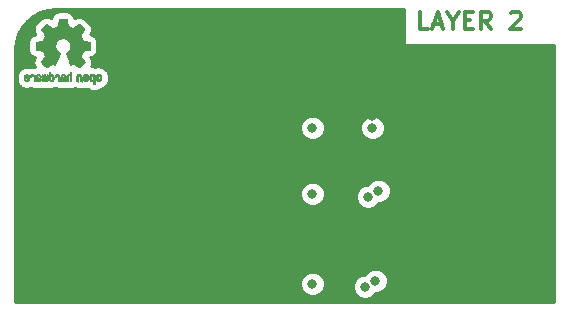
<source format=gbr>
G04 #@! TF.GenerationSoftware,KiCad,Pcbnew,(5.0.0)*
G04 #@! TF.CreationDate,2019-03-07T00:39:03-05:00*
G04 #@! TF.ProjectId,Reflow_Test1,5265666C6F775F54657374312E6B6963,rev?*
G04 #@! TF.SameCoordinates,Original*
G04 #@! TF.FileFunction,Copper,L2,Bot,Signal*
G04 #@! TF.FilePolarity,Positive*
%FSLAX46Y46*%
G04 Gerber Fmt 4.6, Leading zero omitted, Abs format (unit mm)*
G04 Created by KiCad (PCBNEW (5.0.0)) date 03/07/19 00:39:03*
%MOMM*%
%LPD*%
G01*
G04 APERTURE LIST*
G04 #@! TA.AperFunction,NonConductor*
%ADD10C,0.300000*%
G04 #@! TD*
G04 #@! TA.AperFunction,EtchedComponent*
%ADD11C,0.010000*%
G04 #@! TD*
G04 #@! TA.AperFunction,ViaPad*
%ADD12C,0.800000*%
G04 #@! TD*
G04 #@! TA.AperFunction,Conductor*
%ADD13C,0.254000*%
G04 #@! TD*
G04 APERTURE END LIST*
D10*
X151023285Y-90594571D02*
X150309000Y-90594571D01*
X150309000Y-89094571D01*
X151451857Y-90166000D02*
X152166142Y-90166000D01*
X151309000Y-90594571D02*
X151809000Y-89094571D01*
X152309000Y-90594571D01*
X153094714Y-89880285D02*
X153094714Y-90594571D01*
X152594714Y-89094571D02*
X153094714Y-89880285D01*
X153594714Y-89094571D01*
X154094714Y-89808857D02*
X154594714Y-89808857D01*
X154809000Y-90594571D02*
X154094714Y-90594571D01*
X154094714Y-89094571D01*
X154809000Y-89094571D01*
X156309000Y-90594571D02*
X155809000Y-89880285D01*
X155451857Y-90594571D02*
X155451857Y-89094571D01*
X156023285Y-89094571D01*
X156166142Y-89166000D01*
X156237571Y-89237428D01*
X156309000Y-89380285D01*
X156309000Y-89594571D01*
X156237571Y-89737428D01*
X156166142Y-89808857D01*
X156023285Y-89880285D01*
X155451857Y-89880285D01*
X158023285Y-89237428D02*
X158094714Y-89166000D01*
X158237571Y-89094571D01*
X158594714Y-89094571D01*
X158737571Y-89166000D01*
X158809000Y-89237428D01*
X158880428Y-89380285D01*
X158880428Y-89523142D01*
X158809000Y-89737428D01*
X157951857Y-90594571D01*
X158880428Y-90594571D01*
D11*
G04 #@! TO.C,REF\002A\002A*
G36*
X119974590Y-89698348D02*
X119896046Y-89698778D01*
X119839202Y-89699942D01*
X119800395Y-89702207D01*
X119775962Y-89705940D01*
X119762238Y-89711506D01*
X119755560Y-89719273D01*
X119752264Y-89729605D01*
X119751944Y-89730943D01*
X119746938Y-89755079D01*
X119737671Y-89802701D01*
X119725108Y-89868741D01*
X119710213Y-89948128D01*
X119693949Y-90035796D01*
X119693381Y-90038875D01*
X119677090Y-90124789D01*
X119661848Y-90200696D01*
X119648639Y-90262045D01*
X119638446Y-90304282D01*
X119632252Y-90322855D01*
X119631957Y-90323184D01*
X119613712Y-90332253D01*
X119576095Y-90347367D01*
X119527229Y-90365262D01*
X119526957Y-90365358D01*
X119465407Y-90388493D01*
X119392843Y-90417965D01*
X119324443Y-90447597D01*
X119321206Y-90449062D01*
X119209798Y-90499626D01*
X118963101Y-90331160D01*
X118887423Y-90279803D01*
X118818869Y-90233889D01*
X118761412Y-90196030D01*
X118719024Y-90168837D01*
X118695675Y-90154921D01*
X118693458Y-90153889D01*
X118676490Y-90158484D01*
X118644799Y-90180655D01*
X118597148Y-90221447D01*
X118532302Y-90281905D01*
X118466103Y-90346227D01*
X118402286Y-90409612D01*
X118345171Y-90467451D01*
X118298195Y-90516175D01*
X118264797Y-90552210D01*
X118248415Y-90571984D01*
X118247806Y-90573002D01*
X118245995Y-90586572D01*
X118252817Y-90608733D01*
X118269960Y-90642478D01*
X118299107Y-90690800D01*
X118341945Y-90756692D01*
X118399052Y-90841517D01*
X118449734Y-90916177D01*
X118495039Y-90983140D01*
X118532350Y-91038516D01*
X118559048Y-91078420D01*
X118572515Y-91098962D01*
X118573363Y-91100356D01*
X118571719Y-91120038D01*
X118559255Y-91158293D01*
X118538452Y-91207889D01*
X118531038Y-91223728D01*
X118498686Y-91294290D01*
X118464172Y-91374353D01*
X118436135Y-91443629D01*
X118415932Y-91495045D01*
X118399885Y-91534119D01*
X118390612Y-91554541D01*
X118389459Y-91556114D01*
X118372404Y-91558721D01*
X118332202Y-91565863D01*
X118274198Y-91576523D01*
X118203737Y-91589685D01*
X118126165Y-91604333D01*
X118046828Y-91619449D01*
X117971069Y-91634018D01*
X117904236Y-91647022D01*
X117851672Y-91657445D01*
X117818724Y-91664270D01*
X117810643Y-91666199D01*
X117802295Y-91670962D01*
X117795994Y-91681718D01*
X117791455Y-91702098D01*
X117788396Y-91735734D01*
X117786533Y-91786255D01*
X117785582Y-91857292D01*
X117785260Y-91952476D01*
X117785243Y-91991492D01*
X117785243Y-92308799D01*
X117861443Y-92323839D01*
X117903837Y-92331995D01*
X117967100Y-92343899D01*
X118043538Y-92358116D01*
X118125457Y-92373210D01*
X118148100Y-92377355D01*
X118223694Y-92392053D01*
X118289547Y-92406505D01*
X118340134Y-92419375D01*
X118369926Y-92429322D01*
X118374888Y-92432287D01*
X118387074Y-92453283D01*
X118404547Y-92493967D01*
X118423923Y-92546322D01*
X118427766Y-92557600D01*
X118453161Y-92627523D01*
X118484683Y-92706418D01*
X118515531Y-92777266D01*
X118515683Y-92777595D01*
X118567053Y-92888733D01*
X118398101Y-93137253D01*
X118229148Y-93385772D01*
X118446071Y-93603058D01*
X118511681Y-93667726D01*
X118571521Y-93724733D01*
X118622233Y-93771033D01*
X118660454Y-93803584D01*
X118682825Y-93819343D01*
X118686034Y-93820343D01*
X118704874Y-93812469D01*
X118743320Y-93790578D01*
X118797170Y-93757267D01*
X118862224Y-93715131D01*
X118932560Y-93667943D01*
X119003945Y-93619810D01*
X119067592Y-93577928D01*
X119119459Y-93544871D01*
X119155505Y-93523218D01*
X119171633Y-93515543D01*
X119191311Y-93522037D01*
X119228625Y-93539150D01*
X119275879Y-93563326D01*
X119280888Y-93566013D01*
X119344523Y-93597927D01*
X119388159Y-93613579D01*
X119415298Y-93613745D01*
X119429443Y-93599204D01*
X119429525Y-93599000D01*
X119436595Y-93581779D01*
X119453458Y-93540899D01*
X119478805Y-93479525D01*
X119511329Y-93400819D01*
X119549722Y-93307947D01*
X119592678Y-93204072D01*
X119634278Y-93103502D01*
X119679996Y-92992516D01*
X119721974Y-92889703D01*
X119758952Y-92798215D01*
X119789673Y-92721201D01*
X119812878Y-92661815D01*
X119827310Y-92623209D01*
X119831757Y-92608800D01*
X119820604Y-92592272D01*
X119791431Y-92565930D01*
X119752529Y-92536887D01*
X119641743Y-92445039D01*
X119555149Y-92339759D01*
X119493784Y-92223266D01*
X119458685Y-92097776D01*
X119450892Y-91965507D01*
X119456557Y-91904457D01*
X119487422Y-91777795D01*
X119540580Y-91665941D01*
X119612733Y-91570001D01*
X119700583Y-91491076D01*
X119800835Y-91430270D01*
X119910190Y-91388687D01*
X120025353Y-91367428D01*
X120143025Y-91367599D01*
X120259910Y-91390301D01*
X120372711Y-91436638D01*
X120478131Y-91507713D01*
X120522132Y-91547911D01*
X120606521Y-91651129D01*
X120665278Y-91763925D01*
X120698796Y-91883010D01*
X120707465Y-92005095D01*
X120691677Y-92126893D01*
X120651822Y-92245116D01*
X120588293Y-92356475D01*
X120501479Y-92457684D01*
X120404471Y-92536887D01*
X120364063Y-92567162D01*
X120335518Y-92593219D01*
X120325243Y-92608825D01*
X120330623Y-92625843D01*
X120345925Y-92666500D01*
X120369888Y-92727642D01*
X120401256Y-92806119D01*
X120438768Y-92898780D01*
X120481167Y-93002472D01*
X120522837Y-93103526D01*
X120568810Y-93214607D01*
X120611393Y-93317541D01*
X120649279Y-93409165D01*
X120681160Y-93486316D01*
X120705729Y-93545831D01*
X120721680Y-93584544D01*
X120727590Y-93599000D01*
X120741552Y-93613685D01*
X120768560Y-93613642D01*
X120812087Y-93598099D01*
X120875610Y-93566284D01*
X120876112Y-93566013D01*
X120923940Y-93541323D01*
X120962603Y-93523338D01*
X120984405Y-93515614D01*
X120985367Y-93515543D01*
X121001779Y-93523378D01*
X121038013Y-93545165D01*
X121090026Y-93578328D01*
X121153775Y-93620291D01*
X121224440Y-93667943D01*
X121296384Y-93716191D01*
X121361226Y-93758151D01*
X121414765Y-93791227D01*
X121452803Y-93812821D01*
X121470967Y-93820343D01*
X121487692Y-93810457D01*
X121521320Y-93782826D01*
X121568490Y-93740495D01*
X121625842Y-93686505D01*
X121690016Y-93623899D01*
X121711003Y-93602983D01*
X121928001Y-93385623D01*
X121762832Y-93143220D01*
X121712636Y-93068781D01*
X121668581Y-93001972D01*
X121633138Y-92946665D01*
X121608781Y-92906729D01*
X121597978Y-92886036D01*
X121597662Y-92884563D01*
X121603357Y-92865058D01*
X121618674Y-92825822D01*
X121640963Y-92773430D01*
X121656607Y-92738355D01*
X121685859Y-92671201D01*
X121713406Y-92603358D01*
X121734763Y-92546034D01*
X121740565Y-92528572D01*
X121757048Y-92481938D01*
X121773160Y-92445905D01*
X121782010Y-92432287D01*
X121801540Y-92423952D01*
X121844166Y-92412137D01*
X121904355Y-92398181D01*
X121976578Y-92383422D01*
X122008900Y-92377355D01*
X122090978Y-92362273D01*
X122169705Y-92347669D01*
X122237391Y-92334980D01*
X122286340Y-92325642D01*
X122295557Y-92323839D01*
X122371757Y-92308799D01*
X122371757Y-91991492D01*
X122371586Y-91887154D01*
X122370884Y-91808213D01*
X122369366Y-91751038D01*
X122366751Y-91711999D01*
X122362754Y-91687465D01*
X122357091Y-91673805D01*
X122349480Y-91667389D01*
X122346357Y-91666199D01*
X122327522Y-91661980D01*
X122285912Y-91653562D01*
X122226870Y-91641961D01*
X122155743Y-91628195D01*
X122077875Y-91613280D01*
X121998613Y-91598232D01*
X121923302Y-91584069D01*
X121857287Y-91571806D01*
X121805913Y-91562461D01*
X121774525Y-91557050D01*
X121767541Y-91556114D01*
X121761215Y-91543596D01*
X121747210Y-91510246D01*
X121728145Y-91462377D01*
X121720866Y-91443629D01*
X121691504Y-91371195D01*
X121656929Y-91291170D01*
X121625963Y-91223728D01*
X121603177Y-91172159D01*
X121588018Y-91129785D01*
X121582958Y-91103834D01*
X121583764Y-91100356D01*
X121594459Y-91083936D01*
X121618880Y-91047417D01*
X121654405Y-90994687D01*
X121698413Y-90929635D01*
X121748283Y-90856151D01*
X121758144Y-90841645D01*
X121816008Y-90755704D01*
X121858544Y-90690261D01*
X121887446Y-90642304D01*
X121904410Y-90608820D01*
X121911133Y-90586795D01*
X121909310Y-90573217D01*
X121909264Y-90573131D01*
X121894914Y-90555297D01*
X121863177Y-90520817D01*
X121817490Y-90473268D01*
X121761296Y-90416222D01*
X121698032Y-90353255D01*
X121690898Y-90346227D01*
X121611170Y-90269020D01*
X121549643Y-90212330D01*
X121505079Y-90175110D01*
X121476243Y-90156315D01*
X121463542Y-90153889D01*
X121445006Y-90164471D01*
X121406539Y-90188916D01*
X121352114Y-90224612D01*
X121285702Y-90268947D01*
X121211275Y-90319311D01*
X121193899Y-90331160D01*
X120947203Y-90499626D01*
X120835794Y-90449062D01*
X120768043Y-90419595D01*
X120695317Y-90389959D01*
X120632797Y-90366330D01*
X120630043Y-90365358D01*
X120581140Y-90347457D01*
X120543443Y-90332320D01*
X120525075Y-90323210D01*
X120525044Y-90323184D01*
X120519215Y-90306717D01*
X120509308Y-90266219D01*
X120496305Y-90206242D01*
X120481191Y-90131340D01*
X120464948Y-90046064D01*
X120463619Y-90038875D01*
X120447325Y-89951014D01*
X120432367Y-89871260D01*
X120419709Y-89804681D01*
X120410314Y-89756347D01*
X120405146Y-89731325D01*
X120405056Y-89730943D01*
X120401911Y-89720299D01*
X120395796Y-89712262D01*
X120383047Y-89706467D01*
X120360000Y-89702547D01*
X120322991Y-89700135D01*
X120268356Y-89698865D01*
X120192433Y-89698371D01*
X120091556Y-89698286D01*
X120078500Y-89698286D01*
X119974590Y-89698348D01*
X119974590Y-89698348D01*
G37*
X119974590Y-89698348D02*
X119896046Y-89698778D01*
X119839202Y-89699942D01*
X119800395Y-89702207D01*
X119775962Y-89705940D01*
X119762238Y-89711506D01*
X119755560Y-89719273D01*
X119752264Y-89729605D01*
X119751944Y-89730943D01*
X119746938Y-89755079D01*
X119737671Y-89802701D01*
X119725108Y-89868741D01*
X119710213Y-89948128D01*
X119693949Y-90035796D01*
X119693381Y-90038875D01*
X119677090Y-90124789D01*
X119661848Y-90200696D01*
X119648639Y-90262045D01*
X119638446Y-90304282D01*
X119632252Y-90322855D01*
X119631957Y-90323184D01*
X119613712Y-90332253D01*
X119576095Y-90347367D01*
X119527229Y-90365262D01*
X119526957Y-90365358D01*
X119465407Y-90388493D01*
X119392843Y-90417965D01*
X119324443Y-90447597D01*
X119321206Y-90449062D01*
X119209798Y-90499626D01*
X118963101Y-90331160D01*
X118887423Y-90279803D01*
X118818869Y-90233889D01*
X118761412Y-90196030D01*
X118719024Y-90168837D01*
X118695675Y-90154921D01*
X118693458Y-90153889D01*
X118676490Y-90158484D01*
X118644799Y-90180655D01*
X118597148Y-90221447D01*
X118532302Y-90281905D01*
X118466103Y-90346227D01*
X118402286Y-90409612D01*
X118345171Y-90467451D01*
X118298195Y-90516175D01*
X118264797Y-90552210D01*
X118248415Y-90571984D01*
X118247806Y-90573002D01*
X118245995Y-90586572D01*
X118252817Y-90608733D01*
X118269960Y-90642478D01*
X118299107Y-90690800D01*
X118341945Y-90756692D01*
X118399052Y-90841517D01*
X118449734Y-90916177D01*
X118495039Y-90983140D01*
X118532350Y-91038516D01*
X118559048Y-91078420D01*
X118572515Y-91098962D01*
X118573363Y-91100356D01*
X118571719Y-91120038D01*
X118559255Y-91158293D01*
X118538452Y-91207889D01*
X118531038Y-91223728D01*
X118498686Y-91294290D01*
X118464172Y-91374353D01*
X118436135Y-91443629D01*
X118415932Y-91495045D01*
X118399885Y-91534119D01*
X118390612Y-91554541D01*
X118389459Y-91556114D01*
X118372404Y-91558721D01*
X118332202Y-91565863D01*
X118274198Y-91576523D01*
X118203737Y-91589685D01*
X118126165Y-91604333D01*
X118046828Y-91619449D01*
X117971069Y-91634018D01*
X117904236Y-91647022D01*
X117851672Y-91657445D01*
X117818724Y-91664270D01*
X117810643Y-91666199D01*
X117802295Y-91670962D01*
X117795994Y-91681718D01*
X117791455Y-91702098D01*
X117788396Y-91735734D01*
X117786533Y-91786255D01*
X117785582Y-91857292D01*
X117785260Y-91952476D01*
X117785243Y-91991492D01*
X117785243Y-92308799D01*
X117861443Y-92323839D01*
X117903837Y-92331995D01*
X117967100Y-92343899D01*
X118043538Y-92358116D01*
X118125457Y-92373210D01*
X118148100Y-92377355D01*
X118223694Y-92392053D01*
X118289547Y-92406505D01*
X118340134Y-92419375D01*
X118369926Y-92429322D01*
X118374888Y-92432287D01*
X118387074Y-92453283D01*
X118404547Y-92493967D01*
X118423923Y-92546322D01*
X118427766Y-92557600D01*
X118453161Y-92627523D01*
X118484683Y-92706418D01*
X118515531Y-92777266D01*
X118515683Y-92777595D01*
X118567053Y-92888733D01*
X118398101Y-93137253D01*
X118229148Y-93385772D01*
X118446071Y-93603058D01*
X118511681Y-93667726D01*
X118571521Y-93724733D01*
X118622233Y-93771033D01*
X118660454Y-93803584D01*
X118682825Y-93819343D01*
X118686034Y-93820343D01*
X118704874Y-93812469D01*
X118743320Y-93790578D01*
X118797170Y-93757267D01*
X118862224Y-93715131D01*
X118932560Y-93667943D01*
X119003945Y-93619810D01*
X119067592Y-93577928D01*
X119119459Y-93544871D01*
X119155505Y-93523218D01*
X119171633Y-93515543D01*
X119191311Y-93522037D01*
X119228625Y-93539150D01*
X119275879Y-93563326D01*
X119280888Y-93566013D01*
X119344523Y-93597927D01*
X119388159Y-93613579D01*
X119415298Y-93613745D01*
X119429443Y-93599204D01*
X119429525Y-93599000D01*
X119436595Y-93581779D01*
X119453458Y-93540899D01*
X119478805Y-93479525D01*
X119511329Y-93400819D01*
X119549722Y-93307947D01*
X119592678Y-93204072D01*
X119634278Y-93103502D01*
X119679996Y-92992516D01*
X119721974Y-92889703D01*
X119758952Y-92798215D01*
X119789673Y-92721201D01*
X119812878Y-92661815D01*
X119827310Y-92623209D01*
X119831757Y-92608800D01*
X119820604Y-92592272D01*
X119791431Y-92565930D01*
X119752529Y-92536887D01*
X119641743Y-92445039D01*
X119555149Y-92339759D01*
X119493784Y-92223266D01*
X119458685Y-92097776D01*
X119450892Y-91965507D01*
X119456557Y-91904457D01*
X119487422Y-91777795D01*
X119540580Y-91665941D01*
X119612733Y-91570001D01*
X119700583Y-91491076D01*
X119800835Y-91430270D01*
X119910190Y-91388687D01*
X120025353Y-91367428D01*
X120143025Y-91367599D01*
X120259910Y-91390301D01*
X120372711Y-91436638D01*
X120478131Y-91507713D01*
X120522132Y-91547911D01*
X120606521Y-91651129D01*
X120665278Y-91763925D01*
X120698796Y-91883010D01*
X120707465Y-92005095D01*
X120691677Y-92126893D01*
X120651822Y-92245116D01*
X120588293Y-92356475D01*
X120501479Y-92457684D01*
X120404471Y-92536887D01*
X120364063Y-92567162D01*
X120335518Y-92593219D01*
X120325243Y-92608825D01*
X120330623Y-92625843D01*
X120345925Y-92666500D01*
X120369888Y-92727642D01*
X120401256Y-92806119D01*
X120438768Y-92898780D01*
X120481167Y-93002472D01*
X120522837Y-93103526D01*
X120568810Y-93214607D01*
X120611393Y-93317541D01*
X120649279Y-93409165D01*
X120681160Y-93486316D01*
X120705729Y-93545831D01*
X120721680Y-93584544D01*
X120727590Y-93599000D01*
X120741552Y-93613685D01*
X120768560Y-93613642D01*
X120812087Y-93598099D01*
X120875610Y-93566284D01*
X120876112Y-93566013D01*
X120923940Y-93541323D01*
X120962603Y-93523338D01*
X120984405Y-93515614D01*
X120985367Y-93515543D01*
X121001779Y-93523378D01*
X121038013Y-93545165D01*
X121090026Y-93578328D01*
X121153775Y-93620291D01*
X121224440Y-93667943D01*
X121296384Y-93716191D01*
X121361226Y-93758151D01*
X121414765Y-93791227D01*
X121452803Y-93812821D01*
X121470967Y-93820343D01*
X121487692Y-93810457D01*
X121521320Y-93782826D01*
X121568490Y-93740495D01*
X121625842Y-93686505D01*
X121690016Y-93623899D01*
X121711003Y-93602983D01*
X121928001Y-93385623D01*
X121762832Y-93143220D01*
X121712636Y-93068781D01*
X121668581Y-93001972D01*
X121633138Y-92946665D01*
X121608781Y-92906729D01*
X121597978Y-92886036D01*
X121597662Y-92884563D01*
X121603357Y-92865058D01*
X121618674Y-92825822D01*
X121640963Y-92773430D01*
X121656607Y-92738355D01*
X121685859Y-92671201D01*
X121713406Y-92603358D01*
X121734763Y-92546034D01*
X121740565Y-92528572D01*
X121757048Y-92481938D01*
X121773160Y-92445905D01*
X121782010Y-92432287D01*
X121801540Y-92423952D01*
X121844166Y-92412137D01*
X121904355Y-92398181D01*
X121976578Y-92383422D01*
X122008900Y-92377355D01*
X122090978Y-92362273D01*
X122169705Y-92347669D01*
X122237391Y-92334980D01*
X122286340Y-92325642D01*
X122295557Y-92323839D01*
X122371757Y-92308799D01*
X122371757Y-91991492D01*
X122371586Y-91887154D01*
X122370884Y-91808213D01*
X122369366Y-91751038D01*
X122366751Y-91711999D01*
X122362754Y-91687465D01*
X122357091Y-91673805D01*
X122349480Y-91667389D01*
X122346357Y-91666199D01*
X122327522Y-91661980D01*
X122285912Y-91653562D01*
X122226870Y-91641961D01*
X122155743Y-91628195D01*
X122077875Y-91613280D01*
X121998613Y-91598232D01*
X121923302Y-91584069D01*
X121857287Y-91571806D01*
X121805913Y-91562461D01*
X121774525Y-91557050D01*
X121767541Y-91556114D01*
X121761215Y-91543596D01*
X121747210Y-91510246D01*
X121728145Y-91462377D01*
X121720866Y-91443629D01*
X121691504Y-91371195D01*
X121656929Y-91291170D01*
X121625963Y-91223728D01*
X121603177Y-91172159D01*
X121588018Y-91129785D01*
X121582958Y-91103834D01*
X121583764Y-91100356D01*
X121594459Y-91083936D01*
X121618880Y-91047417D01*
X121654405Y-90994687D01*
X121698413Y-90929635D01*
X121748283Y-90856151D01*
X121758144Y-90841645D01*
X121816008Y-90755704D01*
X121858544Y-90690261D01*
X121887446Y-90642304D01*
X121904410Y-90608820D01*
X121911133Y-90586795D01*
X121909310Y-90573217D01*
X121909264Y-90573131D01*
X121894914Y-90555297D01*
X121863177Y-90520817D01*
X121817490Y-90473268D01*
X121761296Y-90416222D01*
X121698032Y-90353255D01*
X121690898Y-90346227D01*
X121611170Y-90269020D01*
X121549643Y-90212330D01*
X121505079Y-90175110D01*
X121476243Y-90156315D01*
X121463542Y-90153889D01*
X121445006Y-90164471D01*
X121406539Y-90188916D01*
X121352114Y-90224612D01*
X121285702Y-90268947D01*
X121211275Y-90319311D01*
X121193899Y-90331160D01*
X120947203Y-90499626D01*
X120835794Y-90449062D01*
X120768043Y-90419595D01*
X120695317Y-90389959D01*
X120632797Y-90366330D01*
X120630043Y-90365358D01*
X120581140Y-90347457D01*
X120543443Y-90332320D01*
X120525075Y-90323210D01*
X120525044Y-90323184D01*
X120519215Y-90306717D01*
X120509308Y-90266219D01*
X120496305Y-90206242D01*
X120481191Y-90131340D01*
X120464948Y-90046064D01*
X120463619Y-90038875D01*
X120447325Y-89951014D01*
X120432367Y-89871260D01*
X120419709Y-89804681D01*
X120410314Y-89756347D01*
X120405146Y-89731325D01*
X120405056Y-89730943D01*
X120401911Y-89720299D01*
X120395796Y-89712262D01*
X120383047Y-89706467D01*
X120360000Y-89702547D01*
X120322991Y-89700135D01*
X120268356Y-89698865D01*
X120192433Y-89698371D01*
X120091556Y-89698286D01*
X120078500Y-89698286D01*
X119974590Y-89698348D01*
G36*
X116924905Y-94422966D02*
X116867479Y-94460497D01*
X116839781Y-94494096D01*
X116817838Y-94555064D01*
X116816095Y-94603308D01*
X116820043Y-94667816D01*
X116968814Y-94732934D01*
X117041151Y-94766202D01*
X117088416Y-94792964D01*
X117112993Y-94816144D01*
X117117263Y-94838667D01*
X117103611Y-94863455D01*
X117088557Y-94879886D01*
X117044754Y-94906235D01*
X116997111Y-94908081D01*
X116953355Y-94887546D01*
X116921211Y-94846752D01*
X116915462Y-94832347D01*
X116887924Y-94787356D01*
X116856242Y-94768182D01*
X116812786Y-94751779D01*
X116812786Y-94813966D01*
X116816628Y-94856283D01*
X116831677Y-94891969D01*
X116863220Y-94932943D01*
X116867908Y-94938267D01*
X116902994Y-94974720D01*
X116933153Y-94994283D01*
X116970885Y-95003283D01*
X117002165Y-95006230D01*
X117058115Y-95006965D01*
X117097945Y-94997660D01*
X117122792Y-94983846D01*
X117161844Y-94953467D01*
X117188875Y-94920613D01*
X117205983Y-94879294D01*
X117215262Y-94823521D01*
X117218807Y-94747305D01*
X117219090Y-94708622D01*
X117218128Y-94662247D01*
X117130493Y-94662247D01*
X117129477Y-94687126D01*
X117126944Y-94691200D01*
X117110226Y-94685665D01*
X117074251Y-94671017D01*
X117026169Y-94650190D01*
X117016114Y-94645714D01*
X116955348Y-94614814D01*
X116921868Y-94587657D01*
X116914510Y-94562220D01*
X116932109Y-94536481D01*
X116946644Y-94525109D01*
X116999090Y-94502364D01*
X117048178Y-94506122D01*
X117089273Y-94533884D01*
X117117742Y-94583152D01*
X117126869Y-94622257D01*
X117130493Y-94662247D01*
X117218128Y-94662247D01*
X117217215Y-94618249D01*
X117210304Y-94551384D01*
X117196616Y-94502695D01*
X117174404Y-94466849D01*
X117141926Y-94438513D01*
X117127767Y-94429355D01*
X117063447Y-94405507D01*
X116993027Y-94404006D01*
X116924905Y-94422966D01*
X116924905Y-94422966D01*
G37*
X116924905Y-94422966D02*
X116867479Y-94460497D01*
X116839781Y-94494096D01*
X116817838Y-94555064D01*
X116816095Y-94603308D01*
X116820043Y-94667816D01*
X116968814Y-94732934D01*
X117041151Y-94766202D01*
X117088416Y-94792964D01*
X117112993Y-94816144D01*
X117117263Y-94838667D01*
X117103611Y-94863455D01*
X117088557Y-94879886D01*
X117044754Y-94906235D01*
X116997111Y-94908081D01*
X116953355Y-94887546D01*
X116921211Y-94846752D01*
X116915462Y-94832347D01*
X116887924Y-94787356D01*
X116856242Y-94768182D01*
X116812786Y-94751779D01*
X116812786Y-94813966D01*
X116816628Y-94856283D01*
X116831677Y-94891969D01*
X116863220Y-94932943D01*
X116867908Y-94938267D01*
X116902994Y-94974720D01*
X116933153Y-94994283D01*
X116970885Y-95003283D01*
X117002165Y-95006230D01*
X117058115Y-95006965D01*
X117097945Y-94997660D01*
X117122792Y-94983846D01*
X117161844Y-94953467D01*
X117188875Y-94920613D01*
X117205983Y-94879294D01*
X117215262Y-94823521D01*
X117218807Y-94747305D01*
X117219090Y-94708622D01*
X117218128Y-94662247D01*
X117130493Y-94662247D01*
X117129477Y-94687126D01*
X117126944Y-94691200D01*
X117110226Y-94685665D01*
X117074251Y-94671017D01*
X117026169Y-94650190D01*
X117016114Y-94645714D01*
X116955348Y-94614814D01*
X116921868Y-94587657D01*
X116914510Y-94562220D01*
X116932109Y-94536481D01*
X116946644Y-94525109D01*
X116999090Y-94502364D01*
X117048178Y-94506122D01*
X117089273Y-94533884D01*
X117117742Y-94583152D01*
X117126869Y-94622257D01*
X117130493Y-94662247D01*
X117218128Y-94662247D01*
X117217215Y-94618249D01*
X117210304Y-94551384D01*
X117196616Y-94502695D01*
X117174404Y-94466849D01*
X117141926Y-94438513D01*
X117127767Y-94429355D01*
X117063447Y-94405507D01*
X116993027Y-94404006D01*
X116924905Y-94422966D01*
G36*
X117425900Y-94414752D02*
X117408552Y-94422334D01*
X117367144Y-94455128D01*
X117331735Y-94502547D01*
X117309836Y-94553151D01*
X117306271Y-94578098D01*
X117318221Y-94612927D01*
X117344433Y-94631357D01*
X117372536Y-94642516D01*
X117385405Y-94644572D01*
X117391671Y-94629649D01*
X117404044Y-94597175D01*
X117409472Y-94582502D01*
X117439910Y-94531744D01*
X117483980Y-94506427D01*
X117540490Y-94507206D01*
X117544675Y-94508203D01*
X117574845Y-94522507D01*
X117597024Y-94550393D01*
X117612173Y-94595287D01*
X117621250Y-94660615D01*
X117625214Y-94749804D01*
X117625586Y-94797261D01*
X117625770Y-94872071D01*
X117626978Y-94923069D01*
X117630191Y-94955471D01*
X117636391Y-94974495D01*
X117646560Y-94985356D01*
X117661681Y-94993272D01*
X117662554Y-94993670D01*
X117691672Y-95005981D01*
X117706097Y-95010514D01*
X117708314Y-94996809D01*
X117710211Y-94958925D01*
X117711653Y-94901715D01*
X117712502Y-94830027D01*
X117712671Y-94777565D01*
X117711808Y-94676047D01*
X117708430Y-94599032D01*
X117701358Y-94542023D01*
X117689412Y-94500526D01*
X117671410Y-94470043D01*
X117646173Y-94446080D01*
X117621253Y-94429355D01*
X117561329Y-94407097D01*
X117491589Y-94402076D01*
X117425900Y-94414752D01*
X117425900Y-94414752D01*
G37*
X117425900Y-94414752D02*
X117408552Y-94422334D01*
X117367144Y-94455128D01*
X117331735Y-94502547D01*
X117309836Y-94553151D01*
X117306271Y-94578098D01*
X117318221Y-94612927D01*
X117344433Y-94631357D01*
X117372536Y-94642516D01*
X117385405Y-94644572D01*
X117391671Y-94629649D01*
X117404044Y-94597175D01*
X117409472Y-94582502D01*
X117439910Y-94531744D01*
X117483980Y-94506427D01*
X117540490Y-94507206D01*
X117544675Y-94508203D01*
X117574845Y-94522507D01*
X117597024Y-94550393D01*
X117612173Y-94595287D01*
X117621250Y-94660615D01*
X117625214Y-94749804D01*
X117625586Y-94797261D01*
X117625770Y-94872071D01*
X117626978Y-94923069D01*
X117630191Y-94955471D01*
X117636391Y-94974495D01*
X117646560Y-94985356D01*
X117661681Y-94993272D01*
X117662554Y-94993670D01*
X117691672Y-95005981D01*
X117706097Y-95010514D01*
X117708314Y-94996809D01*
X117710211Y-94958925D01*
X117711653Y-94901715D01*
X117712502Y-94830027D01*
X117712671Y-94777565D01*
X117711808Y-94676047D01*
X117708430Y-94599032D01*
X117701358Y-94542023D01*
X117689412Y-94500526D01*
X117671410Y-94470043D01*
X117646173Y-94446080D01*
X117621253Y-94429355D01*
X117561329Y-94407097D01*
X117491589Y-94402076D01*
X117425900Y-94414752D01*
G36*
X117933624Y-94412335D02*
X117891833Y-94431344D01*
X117859031Y-94454378D01*
X117834997Y-94480133D01*
X117818403Y-94513358D01*
X117807923Y-94558800D01*
X117802229Y-94621207D01*
X117799993Y-94705327D01*
X117799757Y-94760721D01*
X117799757Y-94976826D01*
X117836726Y-94993670D01*
X117865844Y-95005981D01*
X117880269Y-95010514D01*
X117883028Y-94997025D01*
X117885218Y-94960653D01*
X117886558Y-94907542D01*
X117886843Y-94865372D01*
X117888066Y-94804447D01*
X117891364Y-94756115D01*
X117896179Y-94726518D01*
X117900004Y-94720229D01*
X117925717Y-94726652D01*
X117966082Y-94743125D01*
X118012821Y-94765458D01*
X118057655Y-94789457D01*
X118092307Y-94810930D01*
X118108498Y-94825685D01*
X118108562Y-94825845D01*
X118107170Y-94853152D01*
X118094682Y-94879219D01*
X118072757Y-94900392D01*
X118040757Y-94907474D01*
X118013408Y-94906649D01*
X117974674Y-94906042D01*
X117954342Y-94915116D01*
X117942131Y-94939092D01*
X117940591Y-94943613D01*
X117935297Y-94977806D01*
X117949453Y-94998568D01*
X117986352Y-95008462D01*
X118026211Y-95010292D01*
X118097938Y-94996727D01*
X118135068Y-94977355D01*
X118180924Y-94931845D01*
X118205244Y-94875983D01*
X118207427Y-94816957D01*
X118186871Y-94761953D01*
X118155951Y-94727486D01*
X118125080Y-94708189D01*
X118076558Y-94683759D01*
X118020015Y-94658985D01*
X118010590Y-94655199D01*
X117948481Y-94627791D01*
X117912678Y-94603634D01*
X117901163Y-94579619D01*
X117911920Y-94552635D01*
X117930386Y-94531543D01*
X117974031Y-94505572D01*
X118022054Y-94503624D01*
X118066094Y-94523637D01*
X118097791Y-94563551D01*
X118101951Y-94573848D01*
X118126173Y-94611724D01*
X118161535Y-94639842D01*
X118206157Y-94662917D01*
X118206157Y-94597485D01*
X118203531Y-94557506D01*
X118192270Y-94525997D01*
X118167301Y-94492378D01*
X118143331Y-94466484D01*
X118106059Y-94429817D01*
X118077099Y-94410121D01*
X118045995Y-94402220D01*
X118010787Y-94400914D01*
X117933624Y-94412335D01*
X117933624Y-94412335D01*
G37*
X117933624Y-94412335D02*
X117891833Y-94431344D01*
X117859031Y-94454378D01*
X117834997Y-94480133D01*
X117818403Y-94513358D01*
X117807923Y-94558800D01*
X117802229Y-94621207D01*
X117799993Y-94705327D01*
X117799757Y-94760721D01*
X117799757Y-94976826D01*
X117836726Y-94993670D01*
X117865844Y-95005981D01*
X117880269Y-95010514D01*
X117883028Y-94997025D01*
X117885218Y-94960653D01*
X117886558Y-94907542D01*
X117886843Y-94865372D01*
X117888066Y-94804447D01*
X117891364Y-94756115D01*
X117896179Y-94726518D01*
X117900004Y-94720229D01*
X117925717Y-94726652D01*
X117966082Y-94743125D01*
X118012821Y-94765458D01*
X118057655Y-94789457D01*
X118092307Y-94810930D01*
X118108498Y-94825685D01*
X118108562Y-94825845D01*
X118107170Y-94853152D01*
X118094682Y-94879219D01*
X118072757Y-94900392D01*
X118040757Y-94907474D01*
X118013408Y-94906649D01*
X117974674Y-94906042D01*
X117954342Y-94915116D01*
X117942131Y-94939092D01*
X117940591Y-94943613D01*
X117935297Y-94977806D01*
X117949453Y-94998568D01*
X117986352Y-95008462D01*
X118026211Y-95010292D01*
X118097938Y-94996727D01*
X118135068Y-94977355D01*
X118180924Y-94931845D01*
X118205244Y-94875983D01*
X118207427Y-94816957D01*
X118186871Y-94761953D01*
X118155951Y-94727486D01*
X118125080Y-94708189D01*
X118076558Y-94683759D01*
X118020015Y-94658985D01*
X118010590Y-94655199D01*
X117948481Y-94627791D01*
X117912678Y-94603634D01*
X117901163Y-94579619D01*
X117911920Y-94552635D01*
X117930386Y-94531543D01*
X117974031Y-94505572D01*
X118022054Y-94503624D01*
X118066094Y-94523637D01*
X118097791Y-94563551D01*
X118101951Y-94573848D01*
X118126173Y-94611724D01*
X118161535Y-94639842D01*
X118206157Y-94662917D01*
X118206157Y-94597485D01*
X118203531Y-94557506D01*
X118192270Y-94525997D01*
X118167301Y-94492378D01*
X118143331Y-94466484D01*
X118106059Y-94429817D01*
X118077099Y-94410121D01*
X118045995Y-94402220D01*
X118010787Y-94400914D01*
X117933624Y-94412335D01*
G36*
X118298667Y-94414663D02*
X118296452Y-94452850D01*
X118294716Y-94510886D01*
X118293601Y-94584180D01*
X118293243Y-94661055D01*
X118293243Y-94921196D01*
X118339174Y-94967127D01*
X118370825Y-94995429D01*
X118398610Y-95006893D01*
X118436585Y-95006168D01*
X118451660Y-95004321D01*
X118498774Y-94998948D01*
X118537744Y-94995869D01*
X118547243Y-94995585D01*
X118579267Y-94997445D01*
X118625068Y-95002114D01*
X118642826Y-95004321D01*
X118686443Y-95007735D01*
X118715755Y-95000320D01*
X118744820Y-94977427D01*
X118755312Y-94967127D01*
X118801243Y-94921196D01*
X118801243Y-94434602D01*
X118764274Y-94417758D01*
X118732441Y-94405282D01*
X118713817Y-94400914D01*
X118709042Y-94414718D01*
X118704579Y-94453286D01*
X118700725Y-94512356D01*
X118697778Y-94587663D01*
X118696357Y-94651286D01*
X118692386Y-94901657D01*
X118657741Y-94906556D01*
X118626232Y-94903131D01*
X118610792Y-94892041D01*
X118606477Y-94871308D01*
X118602792Y-94827145D01*
X118600031Y-94765146D01*
X118598488Y-94690909D01*
X118598265Y-94652706D01*
X118598043Y-94432783D01*
X118552334Y-94416849D01*
X118519982Y-94406015D01*
X118502385Y-94400962D01*
X118501877Y-94400914D01*
X118500112Y-94414648D01*
X118498171Y-94452730D01*
X118496218Y-94510482D01*
X118494416Y-94583227D01*
X118493157Y-94651286D01*
X118489186Y-94901657D01*
X118402100Y-94901657D01*
X118398104Y-94673240D01*
X118394108Y-94444822D01*
X118351653Y-94422868D01*
X118320308Y-94407793D01*
X118301756Y-94400951D01*
X118301221Y-94400914D01*
X118298667Y-94414663D01*
X118298667Y-94414663D01*
G37*
X118298667Y-94414663D02*
X118296452Y-94452850D01*
X118294716Y-94510886D01*
X118293601Y-94584180D01*
X118293243Y-94661055D01*
X118293243Y-94921196D01*
X118339174Y-94967127D01*
X118370825Y-94995429D01*
X118398610Y-95006893D01*
X118436585Y-95006168D01*
X118451660Y-95004321D01*
X118498774Y-94998948D01*
X118537744Y-94995869D01*
X118547243Y-94995585D01*
X118579267Y-94997445D01*
X118625068Y-95002114D01*
X118642826Y-95004321D01*
X118686443Y-95007735D01*
X118715755Y-95000320D01*
X118744820Y-94977427D01*
X118755312Y-94967127D01*
X118801243Y-94921196D01*
X118801243Y-94434602D01*
X118764274Y-94417758D01*
X118732441Y-94405282D01*
X118713817Y-94400914D01*
X118709042Y-94414718D01*
X118704579Y-94453286D01*
X118700725Y-94512356D01*
X118697778Y-94587663D01*
X118696357Y-94651286D01*
X118692386Y-94901657D01*
X118657741Y-94906556D01*
X118626232Y-94903131D01*
X118610792Y-94892041D01*
X118606477Y-94871308D01*
X118602792Y-94827145D01*
X118600031Y-94765146D01*
X118598488Y-94690909D01*
X118598265Y-94652706D01*
X118598043Y-94432783D01*
X118552334Y-94416849D01*
X118519982Y-94406015D01*
X118502385Y-94400962D01*
X118501877Y-94400914D01*
X118500112Y-94414648D01*
X118498171Y-94452730D01*
X118496218Y-94510482D01*
X118494416Y-94583227D01*
X118493157Y-94651286D01*
X118489186Y-94901657D01*
X118402100Y-94901657D01*
X118398104Y-94673240D01*
X118394108Y-94444822D01*
X118351653Y-94422868D01*
X118320308Y-94407793D01*
X118301756Y-94400951D01*
X118301221Y-94400914D01*
X118298667Y-94414663D01*
G36*
X118888383Y-94521358D02*
X118888567Y-94629837D01*
X118889281Y-94713287D01*
X118890825Y-94775704D01*
X118893499Y-94821085D01*
X118897606Y-94853429D01*
X118903445Y-94876733D01*
X118911318Y-94894995D01*
X118917279Y-94905418D01*
X118966645Y-94961945D01*
X119029236Y-94997377D01*
X119098487Y-95010090D01*
X119167832Y-94998463D01*
X119209125Y-94977568D01*
X119252475Y-94941422D01*
X119282019Y-94897276D01*
X119299845Y-94839462D01*
X119308037Y-94762313D01*
X119309198Y-94705714D01*
X119309042Y-94701647D01*
X119207643Y-94701647D01*
X119207024Y-94766550D01*
X119204186Y-94809514D01*
X119197660Y-94837622D01*
X119185977Y-94857953D01*
X119172017Y-94873288D01*
X119125135Y-94902890D01*
X119074799Y-94905419D01*
X119027224Y-94880705D01*
X119023521Y-94877356D01*
X119007717Y-94859935D01*
X118997807Y-94839209D01*
X118992442Y-94808362D01*
X118990272Y-94760577D01*
X118989929Y-94707748D01*
X118990673Y-94641381D01*
X118993752Y-94597106D01*
X119000439Y-94568009D01*
X119012004Y-94547173D01*
X119021487Y-94536107D01*
X119065540Y-94508198D01*
X119116276Y-94504843D01*
X119164704Y-94526159D01*
X119174050Y-94534073D01*
X119189960Y-94551647D01*
X119199890Y-94572587D01*
X119205222Y-94603782D01*
X119207337Y-94652122D01*
X119207643Y-94701647D01*
X119309042Y-94701647D01*
X119305690Y-94614568D01*
X119293774Y-94546086D01*
X119271365Y-94494600D01*
X119236376Y-94454443D01*
X119209125Y-94433861D01*
X119159593Y-94411625D01*
X119102184Y-94401304D01*
X119048818Y-94404067D01*
X119018957Y-94415212D01*
X119007239Y-94418383D01*
X118999463Y-94406557D01*
X118994035Y-94374866D01*
X118989929Y-94326593D01*
X118985433Y-94272829D01*
X118979187Y-94240482D01*
X118967824Y-94221985D01*
X118947972Y-94209770D01*
X118935500Y-94204362D01*
X118888329Y-94184601D01*
X118888383Y-94521358D01*
X118888383Y-94521358D01*
G37*
X118888383Y-94521358D02*
X118888567Y-94629837D01*
X118889281Y-94713287D01*
X118890825Y-94775704D01*
X118893499Y-94821085D01*
X118897606Y-94853429D01*
X118903445Y-94876733D01*
X118911318Y-94894995D01*
X118917279Y-94905418D01*
X118966645Y-94961945D01*
X119029236Y-94997377D01*
X119098487Y-95010090D01*
X119167832Y-94998463D01*
X119209125Y-94977568D01*
X119252475Y-94941422D01*
X119282019Y-94897276D01*
X119299845Y-94839462D01*
X119308037Y-94762313D01*
X119309198Y-94705714D01*
X119309042Y-94701647D01*
X119207643Y-94701647D01*
X119207024Y-94766550D01*
X119204186Y-94809514D01*
X119197660Y-94837622D01*
X119185977Y-94857953D01*
X119172017Y-94873288D01*
X119125135Y-94902890D01*
X119074799Y-94905419D01*
X119027224Y-94880705D01*
X119023521Y-94877356D01*
X119007717Y-94859935D01*
X118997807Y-94839209D01*
X118992442Y-94808362D01*
X118990272Y-94760577D01*
X118989929Y-94707748D01*
X118990673Y-94641381D01*
X118993752Y-94597106D01*
X119000439Y-94568009D01*
X119012004Y-94547173D01*
X119021487Y-94536107D01*
X119065540Y-94508198D01*
X119116276Y-94504843D01*
X119164704Y-94526159D01*
X119174050Y-94534073D01*
X119189960Y-94551647D01*
X119199890Y-94572587D01*
X119205222Y-94603782D01*
X119207337Y-94652122D01*
X119207643Y-94701647D01*
X119309042Y-94701647D01*
X119305690Y-94614568D01*
X119293774Y-94546086D01*
X119271365Y-94494600D01*
X119236376Y-94454443D01*
X119209125Y-94433861D01*
X119159593Y-94411625D01*
X119102184Y-94401304D01*
X119048818Y-94404067D01*
X119018957Y-94415212D01*
X119007239Y-94418383D01*
X118999463Y-94406557D01*
X118994035Y-94374866D01*
X118989929Y-94326593D01*
X118985433Y-94272829D01*
X118979187Y-94240482D01*
X118967824Y-94221985D01*
X118947972Y-94209770D01*
X118935500Y-94204362D01*
X118888329Y-94184601D01*
X118888383Y-94521358D01*
G36*
X119548574Y-94405755D02*
X119482642Y-94430084D01*
X119429227Y-94473117D01*
X119408336Y-94503409D01*
X119385561Y-94558994D01*
X119386034Y-94599186D01*
X119409938Y-94626217D01*
X119418783Y-94630813D01*
X119456970Y-94645144D01*
X119476472Y-94641472D01*
X119483078Y-94617407D01*
X119483414Y-94604114D01*
X119495508Y-94555210D01*
X119527029Y-94520999D01*
X119570841Y-94504476D01*
X119619805Y-94508634D01*
X119659606Y-94530227D01*
X119673050Y-94542544D01*
X119682579Y-94557487D01*
X119689015Y-94580075D01*
X119693183Y-94615328D01*
X119695903Y-94668266D01*
X119697998Y-94743907D01*
X119698540Y-94767857D01*
X119700519Y-94849790D01*
X119702769Y-94907455D01*
X119706143Y-94945608D01*
X119711494Y-94969004D01*
X119719676Y-94982398D01*
X119731541Y-94990545D01*
X119739138Y-94994144D01*
X119771398Y-95006452D01*
X119790389Y-95010514D01*
X119796664Y-94996948D01*
X119800494Y-94955934D01*
X119801900Y-94886999D01*
X119800902Y-94789669D01*
X119800592Y-94774657D01*
X119798399Y-94685859D01*
X119795807Y-94621019D01*
X119792118Y-94575067D01*
X119786636Y-94542935D01*
X119778665Y-94519553D01*
X119767507Y-94499852D01*
X119761670Y-94491410D01*
X119728204Y-94454057D01*
X119690773Y-94425003D01*
X119686191Y-94422467D01*
X119619074Y-94402443D01*
X119548574Y-94405755D01*
X119548574Y-94405755D01*
G37*
X119548574Y-94405755D02*
X119482642Y-94430084D01*
X119429227Y-94473117D01*
X119408336Y-94503409D01*
X119385561Y-94558994D01*
X119386034Y-94599186D01*
X119409938Y-94626217D01*
X119418783Y-94630813D01*
X119456970Y-94645144D01*
X119476472Y-94641472D01*
X119483078Y-94617407D01*
X119483414Y-94604114D01*
X119495508Y-94555210D01*
X119527029Y-94520999D01*
X119570841Y-94504476D01*
X119619805Y-94508634D01*
X119659606Y-94530227D01*
X119673050Y-94542544D01*
X119682579Y-94557487D01*
X119689015Y-94580075D01*
X119693183Y-94615328D01*
X119695903Y-94668266D01*
X119697998Y-94743907D01*
X119698540Y-94767857D01*
X119700519Y-94849790D01*
X119702769Y-94907455D01*
X119706143Y-94945608D01*
X119711494Y-94969004D01*
X119719676Y-94982398D01*
X119731541Y-94990545D01*
X119739138Y-94994144D01*
X119771398Y-95006452D01*
X119790389Y-95010514D01*
X119796664Y-94996948D01*
X119800494Y-94955934D01*
X119801900Y-94886999D01*
X119800902Y-94789669D01*
X119800592Y-94774657D01*
X119798399Y-94685859D01*
X119795807Y-94621019D01*
X119792118Y-94575067D01*
X119786636Y-94542935D01*
X119778665Y-94519553D01*
X119767507Y-94499852D01*
X119761670Y-94491410D01*
X119728204Y-94454057D01*
X119690773Y-94425003D01*
X119686191Y-94422467D01*
X119619074Y-94402443D01*
X119548574Y-94405755D01*
G36*
X120038756Y-94406968D02*
X119981884Y-94428087D01*
X119981233Y-94428493D01*
X119946060Y-94454380D01*
X119920093Y-94484633D01*
X119901830Y-94524058D01*
X119889768Y-94577462D01*
X119882404Y-94649651D01*
X119878236Y-94745432D01*
X119877871Y-94759078D01*
X119872624Y-94964842D01*
X119916784Y-94987678D01*
X119948737Y-95003110D01*
X119968030Y-95010423D01*
X119968922Y-95010514D01*
X119972261Y-94997022D01*
X119974913Y-94960626D01*
X119976544Y-94907452D01*
X119976900Y-94864393D01*
X119976908Y-94794641D01*
X119980097Y-94750837D01*
X119991212Y-94729944D01*
X120014999Y-94728925D01*
X120056204Y-94744741D01*
X120118414Y-94773815D01*
X120164159Y-94797963D01*
X120187687Y-94818913D01*
X120194604Y-94841747D01*
X120194614Y-94842877D01*
X120183201Y-94882212D01*
X120149408Y-94903462D01*
X120097691Y-94906539D01*
X120060439Y-94906006D01*
X120040797Y-94916735D01*
X120028548Y-94942505D01*
X120021498Y-94975337D01*
X120031658Y-94993966D01*
X120035483Y-94996632D01*
X120071499Y-95007340D01*
X120121934Y-95008856D01*
X120173874Y-95001759D01*
X120210678Y-94988788D01*
X120261562Y-94945585D01*
X120290486Y-94885446D01*
X120296214Y-94838462D01*
X120291843Y-94796082D01*
X120276025Y-94761488D01*
X120244703Y-94730763D01*
X120193822Y-94699990D01*
X120119324Y-94665252D01*
X120114786Y-94663288D01*
X120047679Y-94632287D01*
X120006268Y-94606862D01*
X119988519Y-94584014D01*
X119992393Y-94560745D01*
X120015857Y-94534056D01*
X120022873Y-94527914D01*
X120069870Y-94504100D01*
X120118567Y-94505103D01*
X120160978Y-94528451D01*
X120189116Y-94571675D01*
X120191731Y-94580160D01*
X120217192Y-94621308D01*
X120249499Y-94641128D01*
X120296214Y-94660770D01*
X120296214Y-94609950D01*
X120282004Y-94536082D01*
X120239825Y-94468327D01*
X120217876Y-94445661D01*
X120167983Y-94416569D01*
X120104533Y-94403400D01*
X120038756Y-94406968D01*
X120038756Y-94406968D01*
G37*
X120038756Y-94406968D02*
X119981884Y-94428087D01*
X119981233Y-94428493D01*
X119946060Y-94454380D01*
X119920093Y-94484633D01*
X119901830Y-94524058D01*
X119889768Y-94577462D01*
X119882404Y-94649651D01*
X119878236Y-94745432D01*
X119877871Y-94759078D01*
X119872624Y-94964842D01*
X119916784Y-94987678D01*
X119948737Y-95003110D01*
X119968030Y-95010423D01*
X119968922Y-95010514D01*
X119972261Y-94997022D01*
X119974913Y-94960626D01*
X119976544Y-94907452D01*
X119976900Y-94864393D01*
X119976908Y-94794641D01*
X119980097Y-94750837D01*
X119991212Y-94729944D01*
X120014999Y-94728925D01*
X120056204Y-94744741D01*
X120118414Y-94773815D01*
X120164159Y-94797963D01*
X120187687Y-94818913D01*
X120194604Y-94841747D01*
X120194614Y-94842877D01*
X120183201Y-94882212D01*
X120149408Y-94903462D01*
X120097691Y-94906539D01*
X120060439Y-94906006D01*
X120040797Y-94916735D01*
X120028548Y-94942505D01*
X120021498Y-94975337D01*
X120031658Y-94993966D01*
X120035483Y-94996632D01*
X120071499Y-95007340D01*
X120121934Y-95008856D01*
X120173874Y-95001759D01*
X120210678Y-94988788D01*
X120261562Y-94945585D01*
X120290486Y-94885446D01*
X120296214Y-94838462D01*
X120291843Y-94796082D01*
X120276025Y-94761488D01*
X120244703Y-94730763D01*
X120193822Y-94699990D01*
X120119324Y-94665252D01*
X120114786Y-94663288D01*
X120047679Y-94632287D01*
X120006268Y-94606862D01*
X119988519Y-94584014D01*
X119992393Y-94560745D01*
X120015857Y-94534056D01*
X120022873Y-94527914D01*
X120069870Y-94504100D01*
X120118567Y-94505103D01*
X120160978Y-94528451D01*
X120189116Y-94571675D01*
X120191731Y-94580160D01*
X120217192Y-94621308D01*
X120249499Y-94641128D01*
X120296214Y-94660770D01*
X120296214Y-94609950D01*
X120282004Y-94536082D01*
X120239825Y-94468327D01*
X120217876Y-94445661D01*
X120167983Y-94416569D01*
X120104533Y-94403400D01*
X120038756Y-94406968D01*
G36*
X120702614Y-94307289D02*
X120698361Y-94366613D01*
X120693475Y-94401572D01*
X120686705Y-94416820D01*
X120676798Y-94417015D01*
X120673586Y-94415195D01*
X120630856Y-94402015D01*
X120575273Y-94402785D01*
X120518763Y-94416333D01*
X120483418Y-94433861D01*
X120447179Y-94461861D01*
X120420687Y-94493549D01*
X120402501Y-94533813D01*
X120391178Y-94587543D01*
X120385278Y-94659626D01*
X120383357Y-94754951D01*
X120383323Y-94773237D01*
X120383300Y-94978646D01*
X120429009Y-94994580D01*
X120461473Y-95005420D01*
X120479285Y-95010468D01*
X120479809Y-95010514D01*
X120481563Y-94996828D01*
X120483056Y-94959076D01*
X120484174Y-94902224D01*
X120484803Y-94831234D01*
X120484900Y-94788073D01*
X120485102Y-94702973D01*
X120486142Y-94641981D01*
X120488669Y-94600177D01*
X120493336Y-94572642D01*
X120500793Y-94554456D01*
X120511689Y-94540698D01*
X120518493Y-94534073D01*
X120565228Y-94507375D01*
X120616228Y-94505375D01*
X120662499Y-94527955D01*
X120671056Y-94536107D01*
X120683607Y-94551436D01*
X120692312Y-94569618D01*
X120697869Y-94595909D01*
X120700974Y-94635562D01*
X120702324Y-94693832D01*
X120702614Y-94774173D01*
X120702614Y-94978646D01*
X120748323Y-94994580D01*
X120780787Y-95005420D01*
X120798599Y-95010468D01*
X120799123Y-95010514D01*
X120800463Y-94996623D01*
X120801672Y-94957439D01*
X120802699Y-94896700D01*
X120803498Y-94818141D01*
X120804019Y-94725498D01*
X120804214Y-94622509D01*
X120804214Y-94225342D01*
X120757043Y-94205444D01*
X120709871Y-94185547D01*
X120702614Y-94307289D01*
X120702614Y-94307289D01*
G37*
X120702614Y-94307289D02*
X120698361Y-94366613D01*
X120693475Y-94401572D01*
X120686705Y-94416820D01*
X120676798Y-94417015D01*
X120673586Y-94415195D01*
X120630856Y-94402015D01*
X120575273Y-94402785D01*
X120518763Y-94416333D01*
X120483418Y-94433861D01*
X120447179Y-94461861D01*
X120420687Y-94493549D01*
X120402501Y-94533813D01*
X120391178Y-94587543D01*
X120385278Y-94659626D01*
X120383357Y-94754951D01*
X120383323Y-94773237D01*
X120383300Y-94978646D01*
X120429009Y-94994580D01*
X120461473Y-95005420D01*
X120479285Y-95010468D01*
X120479809Y-95010514D01*
X120481563Y-94996828D01*
X120483056Y-94959076D01*
X120484174Y-94902224D01*
X120484803Y-94831234D01*
X120484900Y-94788073D01*
X120485102Y-94702973D01*
X120486142Y-94641981D01*
X120488669Y-94600177D01*
X120493336Y-94572642D01*
X120500793Y-94554456D01*
X120511689Y-94540698D01*
X120518493Y-94534073D01*
X120565228Y-94507375D01*
X120616228Y-94505375D01*
X120662499Y-94527955D01*
X120671056Y-94536107D01*
X120683607Y-94551436D01*
X120692312Y-94569618D01*
X120697869Y-94595909D01*
X120700974Y-94635562D01*
X120702324Y-94693832D01*
X120702614Y-94774173D01*
X120702614Y-94978646D01*
X120748323Y-94994580D01*
X120780787Y-95005420D01*
X120798599Y-95010468D01*
X120799123Y-95010514D01*
X120800463Y-94996623D01*
X120801672Y-94957439D01*
X120802699Y-94896700D01*
X120803498Y-94818141D01*
X120804019Y-94725498D01*
X120804214Y-94622509D01*
X120804214Y-94225342D01*
X120757043Y-94205444D01*
X120709871Y-94185547D01*
X120702614Y-94307289D01*
G36*
X121910197Y-94387239D02*
X121852973Y-94425735D01*
X121808751Y-94481335D01*
X121782333Y-94552086D01*
X121776990Y-94604162D01*
X121777597Y-94625893D01*
X121782678Y-94642531D01*
X121796645Y-94657437D01*
X121823911Y-94673973D01*
X121868888Y-94695498D01*
X121935989Y-94725374D01*
X121936329Y-94725524D01*
X121998093Y-94753813D01*
X122048741Y-94778933D01*
X122083096Y-94798179D01*
X122095982Y-94808848D01*
X122095986Y-94808934D01*
X122084628Y-94832166D01*
X122058069Y-94857774D01*
X122027577Y-94876221D01*
X122012130Y-94879886D01*
X121969985Y-94867212D01*
X121933692Y-94835471D01*
X121915983Y-94800572D01*
X121898948Y-94774845D01*
X121865578Y-94745546D01*
X121826351Y-94720235D01*
X121791744Y-94706471D01*
X121784507Y-94705714D01*
X121776361Y-94718160D01*
X121775870Y-94749972D01*
X121781857Y-94792866D01*
X121793143Y-94838558D01*
X121808550Y-94878761D01*
X121809329Y-94880322D01*
X121855696Y-94945062D01*
X121915789Y-94989097D01*
X121984035Y-95010711D01*
X122054862Y-95008185D01*
X122122696Y-94979804D01*
X122125712Y-94977808D01*
X122179073Y-94929448D01*
X122214160Y-94866352D01*
X122233578Y-94783387D01*
X122236184Y-94760078D01*
X122240799Y-94650055D01*
X122235267Y-94598748D01*
X122095986Y-94598748D01*
X122094176Y-94630753D01*
X122084278Y-94640093D01*
X122059602Y-94633105D01*
X122020705Y-94616587D01*
X121977225Y-94595881D01*
X121976144Y-94595333D01*
X121939291Y-94575949D01*
X121924500Y-94563013D01*
X121928147Y-94549451D01*
X121943505Y-94531632D01*
X121982577Y-94505845D01*
X122024654Y-94503950D01*
X122062397Y-94522717D01*
X122088466Y-94558915D01*
X122095986Y-94598748D01*
X122235267Y-94598748D01*
X122231306Y-94562027D01*
X122206950Y-94492212D01*
X122173044Y-94443302D01*
X122111847Y-94393878D01*
X122044437Y-94369359D01*
X121975620Y-94367797D01*
X121910197Y-94387239D01*
X121910197Y-94387239D01*
G37*
X121910197Y-94387239D02*
X121852973Y-94425735D01*
X121808751Y-94481335D01*
X121782333Y-94552086D01*
X121776990Y-94604162D01*
X121777597Y-94625893D01*
X121782678Y-94642531D01*
X121796645Y-94657437D01*
X121823911Y-94673973D01*
X121868888Y-94695498D01*
X121935989Y-94725374D01*
X121936329Y-94725524D01*
X121998093Y-94753813D01*
X122048741Y-94778933D01*
X122083096Y-94798179D01*
X122095982Y-94808848D01*
X122095986Y-94808934D01*
X122084628Y-94832166D01*
X122058069Y-94857774D01*
X122027577Y-94876221D01*
X122012130Y-94879886D01*
X121969985Y-94867212D01*
X121933692Y-94835471D01*
X121915983Y-94800572D01*
X121898948Y-94774845D01*
X121865578Y-94745546D01*
X121826351Y-94720235D01*
X121791744Y-94706471D01*
X121784507Y-94705714D01*
X121776361Y-94718160D01*
X121775870Y-94749972D01*
X121781857Y-94792866D01*
X121793143Y-94838558D01*
X121808550Y-94878761D01*
X121809329Y-94880322D01*
X121855696Y-94945062D01*
X121915789Y-94989097D01*
X121984035Y-95010711D01*
X122054862Y-95008185D01*
X122122696Y-94979804D01*
X122125712Y-94977808D01*
X122179073Y-94929448D01*
X122214160Y-94866352D01*
X122233578Y-94783387D01*
X122236184Y-94760078D01*
X122240799Y-94650055D01*
X122235267Y-94598748D01*
X122095986Y-94598748D01*
X122094176Y-94630753D01*
X122084278Y-94640093D01*
X122059602Y-94633105D01*
X122020705Y-94616587D01*
X121977225Y-94595881D01*
X121976144Y-94595333D01*
X121939291Y-94575949D01*
X121924500Y-94563013D01*
X121928147Y-94549451D01*
X121943505Y-94531632D01*
X121982577Y-94505845D01*
X122024654Y-94503950D01*
X122062397Y-94522717D01*
X122088466Y-94558915D01*
X122095986Y-94598748D01*
X122235267Y-94598748D01*
X122231306Y-94562027D01*
X122206950Y-94492212D01*
X122173044Y-94443302D01*
X122111847Y-94393878D01*
X122044437Y-94369359D01*
X121975620Y-94367797D01*
X121910197Y-94387239D01*
G36*
X123037385Y-94377962D02*
X122969355Y-94413733D01*
X122919149Y-94471301D01*
X122901315Y-94508312D01*
X122887437Y-94563882D01*
X122880333Y-94634096D01*
X122879660Y-94710727D01*
X122885073Y-94785552D01*
X122896230Y-94850342D01*
X122912786Y-94896873D01*
X122917874Y-94904887D01*
X122978145Y-94964707D01*
X123049731Y-95000535D01*
X123127408Y-95011020D01*
X123205952Y-94994810D01*
X123227811Y-94985092D01*
X123270378Y-94955143D01*
X123307737Y-94915433D01*
X123311268Y-94910397D01*
X123325619Y-94886124D01*
X123335106Y-94860178D01*
X123340710Y-94826022D01*
X123343414Y-94777119D01*
X123344201Y-94706935D01*
X123344214Y-94691200D01*
X123344178Y-94686192D01*
X123199071Y-94686192D01*
X123198227Y-94752430D01*
X123194904Y-94796386D01*
X123187917Y-94824779D01*
X123176084Y-94844325D01*
X123170043Y-94850857D01*
X123135314Y-94875680D01*
X123101597Y-94874548D01*
X123067505Y-94853016D01*
X123047171Y-94830029D01*
X123035129Y-94796478D01*
X123028366Y-94743569D01*
X123027902Y-94737399D01*
X123026748Y-94641513D01*
X123038812Y-94570299D01*
X123063930Y-94524194D01*
X123101940Y-94503635D01*
X123115508Y-94502514D01*
X123151136Y-94508152D01*
X123175506Y-94527686D01*
X123190407Y-94565042D01*
X123197625Y-94624150D01*
X123199071Y-94686192D01*
X123344178Y-94686192D01*
X123343674Y-94616413D01*
X123341404Y-94564159D01*
X123336432Y-94527949D01*
X123327787Y-94501299D01*
X123314495Y-94477722D01*
X123311557Y-94473338D01*
X123262187Y-94414249D01*
X123208391Y-94379947D01*
X123142898Y-94366331D01*
X123120658Y-94365665D01*
X123037385Y-94377962D01*
X123037385Y-94377962D01*
G37*
X123037385Y-94377962D02*
X122969355Y-94413733D01*
X122919149Y-94471301D01*
X122901315Y-94508312D01*
X122887437Y-94563882D01*
X122880333Y-94634096D01*
X122879660Y-94710727D01*
X122885073Y-94785552D01*
X122896230Y-94850342D01*
X122912786Y-94896873D01*
X122917874Y-94904887D01*
X122978145Y-94964707D01*
X123049731Y-95000535D01*
X123127408Y-95011020D01*
X123205952Y-94994810D01*
X123227811Y-94985092D01*
X123270378Y-94955143D01*
X123307737Y-94915433D01*
X123311268Y-94910397D01*
X123325619Y-94886124D01*
X123335106Y-94860178D01*
X123340710Y-94826022D01*
X123343414Y-94777119D01*
X123344201Y-94706935D01*
X123344214Y-94691200D01*
X123344178Y-94686192D01*
X123199071Y-94686192D01*
X123198227Y-94752430D01*
X123194904Y-94796386D01*
X123187917Y-94824779D01*
X123176084Y-94844325D01*
X123170043Y-94850857D01*
X123135314Y-94875680D01*
X123101597Y-94874548D01*
X123067505Y-94853016D01*
X123047171Y-94830029D01*
X123035129Y-94796478D01*
X123028366Y-94743569D01*
X123027902Y-94737399D01*
X123026748Y-94641513D01*
X123038812Y-94570299D01*
X123063930Y-94524194D01*
X123101940Y-94503635D01*
X123115508Y-94502514D01*
X123151136Y-94508152D01*
X123175506Y-94527686D01*
X123190407Y-94565042D01*
X123197625Y-94624150D01*
X123199071Y-94686192D01*
X123344178Y-94686192D01*
X123343674Y-94616413D01*
X123341404Y-94564159D01*
X123336432Y-94527949D01*
X123327787Y-94501299D01*
X123314495Y-94477722D01*
X123311557Y-94473338D01*
X123262187Y-94414249D01*
X123208391Y-94379947D01*
X123142898Y-94366331D01*
X123120658Y-94365665D01*
X123037385Y-94377962D01*
G36*
X121362407Y-94383780D02*
X121315828Y-94410723D01*
X121283443Y-94437466D01*
X121259758Y-94465484D01*
X121243441Y-94499748D01*
X121233161Y-94545227D01*
X121227586Y-94606892D01*
X121225384Y-94689711D01*
X121225129Y-94749246D01*
X121225129Y-94968391D01*
X121286814Y-94996044D01*
X121348500Y-95023697D01*
X121355757Y-94783670D01*
X121358756Y-94694028D01*
X121361902Y-94628962D01*
X121365799Y-94584026D01*
X121371053Y-94554770D01*
X121378269Y-94536748D01*
X121388050Y-94525511D01*
X121391188Y-94523079D01*
X121438739Y-94504083D01*
X121486803Y-94511600D01*
X121515414Y-94531543D01*
X121527053Y-94545675D01*
X121535109Y-94564220D01*
X121540229Y-94592334D01*
X121543059Y-94635173D01*
X121544244Y-94697895D01*
X121544443Y-94763261D01*
X121544482Y-94845268D01*
X121545886Y-94903316D01*
X121550586Y-94942465D01*
X121560513Y-94967780D01*
X121577597Y-94984323D01*
X121603768Y-94997156D01*
X121638725Y-95010491D01*
X121676904Y-95025007D01*
X121672359Y-94767389D01*
X121670529Y-94674519D01*
X121668388Y-94605889D01*
X121665319Y-94556711D01*
X121660706Y-94522198D01*
X121653932Y-94497562D01*
X121644381Y-94478016D01*
X121632866Y-94460770D01*
X121577310Y-94405680D01*
X121509520Y-94373822D01*
X121435787Y-94366191D01*
X121362407Y-94383780D01*
X121362407Y-94383780D01*
G37*
X121362407Y-94383780D02*
X121315828Y-94410723D01*
X121283443Y-94437466D01*
X121259758Y-94465484D01*
X121243441Y-94499748D01*
X121233161Y-94545227D01*
X121227586Y-94606892D01*
X121225384Y-94689711D01*
X121225129Y-94749246D01*
X121225129Y-94968391D01*
X121286814Y-94996044D01*
X121348500Y-95023697D01*
X121355757Y-94783670D01*
X121358756Y-94694028D01*
X121361902Y-94628962D01*
X121365799Y-94584026D01*
X121371053Y-94554770D01*
X121378269Y-94536748D01*
X121388050Y-94525511D01*
X121391188Y-94523079D01*
X121438739Y-94504083D01*
X121486803Y-94511600D01*
X121515414Y-94531543D01*
X121527053Y-94545675D01*
X121535109Y-94564220D01*
X121540229Y-94592334D01*
X121543059Y-94635173D01*
X121544244Y-94697895D01*
X121544443Y-94763261D01*
X121544482Y-94845268D01*
X121545886Y-94903316D01*
X121550586Y-94942465D01*
X121560513Y-94967780D01*
X121577597Y-94984323D01*
X121603768Y-94997156D01*
X121638725Y-95010491D01*
X121676904Y-95025007D01*
X121672359Y-94767389D01*
X121670529Y-94674519D01*
X121668388Y-94605889D01*
X121665319Y-94556711D01*
X121660706Y-94522198D01*
X121653932Y-94497562D01*
X121644381Y-94478016D01*
X121632866Y-94460770D01*
X121577310Y-94405680D01*
X121509520Y-94373822D01*
X121435787Y-94366191D01*
X121362407Y-94383780D01*
G36*
X122478756Y-94375918D02*
X122423299Y-94403568D01*
X122374352Y-94454480D01*
X122360871Y-94473338D01*
X122346186Y-94498015D01*
X122336658Y-94524816D01*
X122331207Y-94560587D01*
X122328753Y-94612169D01*
X122328214Y-94680267D01*
X122330648Y-94773588D01*
X122339106Y-94843657D01*
X122355326Y-94895931D01*
X122381046Y-94935869D01*
X122418003Y-94968929D01*
X122420718Y-94970886D01*
X122457140Y-94990908D01*
X122500998Y-95000815D01*
X122556776Y-95003257D01*
X122647452Y-95003257D01*
X122647490Y-95091283D01*
X122648334Y-95140308D01*
X122653476Y-95169065D01*
X122666913Y-95186311D01*
X122692642Y-95200808D01*
X122698821Y-95203769D01*
X122727736Y-95217648D01*
X122750124Y-95226414D01*
X122766771Y-95227171D01*
X122778464Y-95217023D01*
X122785990Y-95193073D01*
X122790134Y-95152426D01*
X122791685Y-95092186D01*
X122791429Y-95009455D01*
X122790151Y-94901339D01*
X122789752Y-94869000D01*
X122788315Y-94757524D01*
X122787028Y-94684603D01*
X122647529Y-94684603D01*
X122646745Y-94746499D01*
X122643260Y-94786997D01*
X122635376Y-94813708D01*
X122621395Y-94834244D01*
X122611903Y-94844260D01*
X122573096Y-94873567D01*
X122538737Y-94875952D01*
X122503284Y-94851750D01*
X122502386Y-94850857D01*
X122487961Y-94832153D01*
X122479187Y-94806732D01*
X122474761Y-94767584D01*
X122473382Y-94707697D01*
X122473357Y-94694430D01*
X122476688Y-94611901D01*
X122487531Y-94554691D01*
X122507160Y-94519766D01*
X122536850Y-94504094D01*
X122554009Y-94502514D01*
X122594734Y-94509926D01*
X122622668Y-94534330D01*
X122639483Y-94578980D01*
X122646850Y-94647130D01*
X122647529Y-94684603D01*
X122787028Y-94684603D01*
X122786792Y-94671245D01*
X122784823Y-94606333D01*
X122782050Y-94558958D01*
X122778112Y-94525290D01*
X122772651Y-94501498D01*
X122765308Y-94483753D01*
X122755723Y-94468224D01*
X122751613Y-94462381D01*
X122697095Y-94407185D01*
X122628164Y-94375890D01*
X122548428Y-94367165D01*
X122478756Y-94375918D01*
X122478756Y-94375918D01*
G37*
X122478756Y-94375918D02*
X122423299Y-94403568D01*
X122374352Y-94454480D01*
X122360871Y-94473338D01*
X122346186Y-94498015D01*
X122336658Y-94524816D01*
X122331207Y-94560587D01*
X122328753Y-94612169D01*
X122328214Y-94680267D01*
X122330648Y-94773588D01*
X122339106Y-94843657D01*
X122355326Y-94895931D01*
X122381046Y-94935869D01*
X122418003Y-94968929D01*
X122420718Y-94970886D01*
X122457140Y-94990908D01*
X122500998Y-95000815D01*
X122556776Y-95003257D01*
X122647452Y-95003257D01*
X122647490Y-95091283D01*
X122648334Y-95140308D01*
X122653476Y-95169065D01*
X122666913Y-95186311D01*
X122692642Y-95200808D01*
X122698821Y-95203769D01*
X122727736Y-95217648D01*
X122750124Y-95226414D01*
X122766771Y-95227171D01*
X122778464Y-95217023D01*
X122785990Y-95193073D01*
X122790134Y-95152426D01*
X122791685Y-95092186D01*
X122791429Y-95009455D01*
X122790151Y-94901339D01*
X122789752Y-94869000D01*
X122788315Y-94757524D01*
X122787028Y-94684603D01*
X122647529Y-94684603D01*
X122646745Y-94746499D01*
X122643260Y-94786997D01*
X122635376Y-94813708D01*
X122621395Y-94834244D01*
X122611903Y-94844260D01*
X122573096Y-94873567D01*
X122538737Y-94875952D01*
X122503284Y-94851750D01*
X122502386Y-94850857D01*
X122487961Y-94832153D01*
X122479187Y-94806732D01*
X122474761Y-94767584D01*
X122473382Y-94707697D01*
X122473357Y-94694430D01*
X122476688Y-94611901D01*
X122487531Y-94554691D01*
X122507160Y-94519766D01*
X122536850Y-94504094D01*
X122554009Y-94502514D01*
X122594734Y-94509926D01*
X122622668Y-94534330D01*
X122639483Y-94578980D01*
X122646850Y-94647130D01*
X122647529Y-94684603D01*
X122787028Y-94684603D01*
X122786792Y-94671245D01*
X122784823Y-94606333D01*
X122782050Y-94558958D01*
X122778112Y-94525290D01*
X122772651Y-94501498D01*
X122765308Y-94483753D01*
X122755723Y-94468224D01*
X122751613Y-94462381D01*
X122697095Y-94407185D01*
X122628164Y-94375890D01*
X122548428Y-94367165D01*
X122478756Y-94375918D01*
G04 #@! TD*
D12*
G04 #@! TO.N,VCC*
X146558000Y-111887000D03*
X145669000Y-112395000D03*
X141224000Y-112141000D03*
X146812000Y-104267000D03*
X145923000Y-104775000D03*
X141224000Y-104521000D03*
G04 #@! TO.N,GND*
X146304000Y-97917000D03*
G04 #@! TO.N,VCC*
X146304000Y-98933000D03*
X141224000Y-98933000D03*
G04 #@! TD*
D13*
G04 #@! TO.N,GND*
G36*
X119434612Y-88873000D02*
X148971000Y-88873000D01*
X148971000Y-91821000D01*
X148980667Y-91869601D01*
X149008197Y-91910803D01*
X149049399Y-91938333D01*
X149098000Y-91948000D01*
X161698000Y-91948000D01*
X161698001Y-113692000D01*
X116051000Y-113692000D01*
X116051000Y-111935126D01*
X140189000Y-111935126D01*
X140189000Y-112346874D01*
X140346569Y-112727280D01*
X140637720Y-113018431D01*
X141018126Y-113176000D01*
X141429874Y-113176000D01*
X141810280Y-113018431D01*
X142101431Y-112727280D01*
X142259000Y-112346874D01*
X142259000Y-112189126D01*
X144634000Y-112189126D01*
X144634000Y-112600874D01*
X144791569Y-112981280D01*
X145082720Y-113272431D01*
X145463126Y-113430000D01*
X145874874Y-113430000D01*
X146255280Y-113272431D01*
X146546431Y-112981280D01*
X146570986Y-112922000D01*
X146763874Y-112922000D01*
X147144280Y-112764431D01*
X147435431Y-112473280D01*
X147593000Y-112092874D01*
X147593000Y-111681126D01*
X147435431Y-111300720D01*
X147144280Y-111009569D01*
X146763874Y-110852000D01*
X146352126Y-110852000D01*
X145971720Y-111009569D01*
X145680569Y-111300720D01*
X145656014Y-111360000D01*
X145463126Y-111360000D01*
X145082720Y-111517569D01*
X144791569Y-111808720D01*
X144634000Y-112189126D01*
X142259000Y-112189126D01*
X142259000Y-111935126D01*
X142101431Y-111554720D01*
X141810280Y-111263569D01*
X141429874Y-111106000D01*
X141018126Y-111106000D01*
X140637720Y-111263569D01*
X140346569Y-111554720D01*
X140189000Y-111935126D01*
X116051000Y-111935126D01*
X116051000Y-104315126D01*
X140189000Y-104315126D01*
X140189000Y-104726874D01*
X140346569Y-105107280D01*
X140637720Y-105398431D01*
X141018126Y-105556000D01*
X141429874Y-105556000D01*
X141810280Y-105398431D01*
X142101431Y-105107280D01*
X142259000Y-104726874D01*
X142259000Y-104569126D01*
X144888000Y-104569126D01*
X144888000Y-104980874D01*
X145045569Y-105361280D01*
X145336720Y-105652431D01*
X145717126Y-105810000D01*
X146128874Y-105810000D01*
X146509280Y-105652431D01*
X146800431Y-105361280D01*
X146824986Y-105302000D01*
X147017874Y-105302000D01*
X147398280Y-105144431D01*
X147689431Y-104853280D01*
X147847000Y-104472874D01*
X147847000Y-104061126D01*
X147689431Y-103680720D01*
X147398280Y-103389569D01*
X147017874Y-103232000D01*
X146606126Y-103232000D01*
X146225720Y-103389569D01*
X145934569Y-103680720D01*
X145910014Y-103740000D01*
X145717126Y-103740000D01*
X145336720Y-103897569D01*
X145045569Y-104188720D01*
X144888000Y-104569126D01*
X142259000Y-104569126D01*
X142259000Y-104315126D01*
X142101431Y-103934720D01*
X141810280Y-103643569D01*
X141429874Y-103486000D01*
X141018126Y-103486000D01*
X140637720Y-103643569D01*
X140346569Y-103934720D01*
X140189000Y-104315126D01*
X116051000Y-104315126D01*
X116051000Y-98727126D01*
X140189000Y-98727126D01*
X140189000Y-99138874D01*
X140346569Y-99519280D01*
X140637720Y-99810431D01*
X141018126Y-99968000D01*
X141429874Y-99968000D01*
X141810280Y-99810431D01*
X142101431Y-99519280D01*
X142259000Y-99138874D01*
X142259000Y-98727126D01*
X145269000Y-98727126D01*
X145269000Y-99138874D01*
X145426569Y-99519280D01*
X145717720Y-99810431D01*
X146098126Y-99968000D01*
X146509874Y-99968000D01*
X146890280Y-99810431D01*
X147181431Y-99519280D01*
X147339000Y-99138874D01*
X147339000Y-98727126D01*
X147181431Y-98346720D01*
X146890280Y-98055569D01*
X146509874Y-97898000D01*
X146098126Y-97898000D01*
X145717720Y-98055569D01*
X145426569Y-98346720D01*
X145269000Y-98727126D01*
X142259000Y-98727126D01*
X142101431Y-98346720D01*
X141810280Y-98055569D01*
X141429874Y-97898000D01*
X141018126Y-97898000D01*
X140637720Y-98055569D01*
X140346569Y-98346720D01*
X140189000Y-98727126D01*
X116051000Y-98727126D01*
X116051000Y-94751779D01*
X116172786Y-94751779D01*
X116172786Y-94813966D01*
X116178502Y-94842702D01*
X116175408Y-94871834D01*
X116179250Y-94914151D01*
X116207101Y-95008551D01*
X116211981Y-95032295D01*
X116213746Y-95058586D01*
X116219969Y-95071155D01*
X116226919Y-95104967D01*
X116241968Y-95140652D01*
X116249242Y-95151390D01*
X116249912Y-95153660D01*
X116255285Y-95160310D01*
X116288070Y-95208704D01*
X116324544Y-95282375D01*
X116356087Y-95323349D01*
X116372173Y-95337412D01*
X116382892Y-95355891D01*
X116387580Y-95361215D01*
X116399024Y-95369960D01*
X116406796Y-95382087D01*
X116441882Y-95418540D01*
X116502114Y-95460472D01*
X116554707Y-95511652D01*
X116584865Y-95531215D01*
X116628965Y-95548782D01*
X116646825Y-95561216D01*
X116667634Y-95565770D01*
X116671587Y-95568986D01*
X116697096Y-95576606D01*
X116784663Y-95616819D01*
X116822396Y-95625819D01*
X116867556Y-95627527D01*
X116910854Y-95640461D01*
X116942135Y-95643408D01*
X116968162Y-95640733D01*
X116993758Y-95646175D01*
X117049708Y-95646910D01*
X117126082Y-95632758D01*
X117152138Y-95631894D01*
X117171199Y-95633454D01*
X117178801Y-95631010D01*
X117203710Y-95630184D01*
X117243540Y-95620879D01*
X117280380Y-95604168D01*
X117295244Y-95601414D01*
X117307735Y-95593303D01*
X117328551Y-95582866D01*
X117379740Y-95566408D01*
X117382329Y-95568264D01*
X117387751Y-95569529D01*
X117396194Y-95575609D01*
X117397067Y-95576007D01*
X117405854Y-95578077D01*
X117413324Y-95583148D01*
X117442443Y-95595459D01*
X117472701Y-95601708D01*
X117499805Y-95616544D01*
X117514230Y-95621077D01*
X117560389Y-95626088D01*
X117603895Y-95642301D01*
X117659560Y-95640298D01*
X117686997Y-95645964D01*
X117707449Y-95642051D01*
X117762486Y-95648025D01*
X117797514Y-95637779D01*
X117822180Y-95637912D01*
X117861169Y-95645964D01*
X117881621Y-95642051D01*
X117936658Y-95648025D01*
X117946410Y-95645173D01*
X117956999Y-95647789D01*
X117996858Y-95649619D01*
X118049359Y-95641659D01*
X118069777Y-95643001D01*
X118082875Y-95638557D01*
X118145140Y-95639145D01*
X118216866Y-95625580D01*
X118240134Y-95616198D01*
X118258863Y-95619553D01*
X118265393Y-95622847D01*
X118285220Y-95624326D01*
X118399493Y-95646892D01*
X118405149Y-95645759D01*
X118410826Y-95646776D01*
X118448801Y-95646051D01*
X118481268Y-95638946D01*
X118514416Y-95641418D01*
X118526911Y-95639887D01*
X118547574Y-95637531D01*
X118553121Y-95638096D01*
X118563893Y-95639435D01*
X118578648Y-95638360D01*
X118592885Y-95642369D01*
X118636501Y-95645783D01*
X118739659Y-95633529D01*
X118843398Y-95628190D01*
X118872710Y-95620776D01*
X118880556Y-95617043D01*
X118887570Y-95616494D01*
X118913677Y-95626858D01*
X118982928Y-95639571D01*
X119093643Y-95637933D01*
X119204318Y-95641279D01*
X119273663Y-95629652D01*
X119363865Y-95595445D01*
X119381780Y-95590446D01*
X119399679Y-95588542D01*
X119411316Y-95582205D01*
X119456795Y-95569515D01*
X119457757Y-95569028D01*
X119465136Y-95572524D01*
X119489624Y-95578674D01*
X119511002Y-95592102D01*
X119543262Y-95604410D01*
X119587996Y-95612003D01*
X119598749Y-95616617D01*
X119601243Y-95616649D01*
X119637536Y-95632296D01*
X119656527Y-95636358D01*
X119711249Y-95637144D01*
X119764447Y-95649988D01*
X119789036Y-95646126D01*
X119789456Y-95646197D01*
X119791382Y-95645757D01*
X119834901Y-95638921D01*
X119878427Y-95639547D01*
X119903076Y-95647118D01*
X119903968Y-95647209D01*
X119946141Y-95643204D01*
X119987471Y-95650127D01*
X120024943Y-95641482D01*
X120028887Y-95641665D01*
X120052270Y-95647051D01*
X120102705Y-95648567D01*
X120133087Y-95643467D01*
X120137754Y-95643901D01*
X120146351Y-95641241D01*
X120155323Y-95639735D01*
X120208578Y-95642964D01*
X120260518Y-95635867D01*
X120295839Y-95623684D01*
X120304778Y-95626217D01*
X120353028Y-95630076D01*
X120398452Y-95645322D01*
X120411095Y-95644450D01*
X120423317Y-95648016D01*
X120423841Y-95648062D01*
X120486155Y-95641256D01*
X120506511Y-95643833D01*
X120510701Y-95642688D01*
X120553699Y-95646127D01*
X120598946Y-95631489D01*
X120647575Y-95628134D01*
X120647642Y-95628101D01*
X120682259Y-95630869D01*
X120737670Y-95647557D01*
X120740190Y-95647304D01*
X120742631Y-95648016D01*
X120743155Y-95648062D01*
X120805469Y-95641256D01*
X120825825Y-95643833D01*
X120830015Y-95642688D01*
X120873013Y-95646127D01*
X120927608Y-95628465D01*
X120986134Y-95622582D01*
X120988606Y-95621255D01*
X120991394Y-95620950D01*
X121047562Y-95590157D01*
X121086699Y-95607701D01*
X121208129Y-95635503D01*
X121329159Y-95663405D01*
X121329641Y-95663324D01*
X121330116Y-95663433D01*
X121452800Y-95642674D01*
X121508962Y-95633257D01*
X121568979Y-95643373D01*
X121688193Y-95664907D01*
X121691927Y-95664096D01*
X121695697Y-95664731D01*
X121813759Y-95637620D01*
X121857134Y-95628194D01*
X121899201Y-95632855D01*
X122006846Y-95650304D01*
X122077673Y-95647778D01*
X122189370Y-95621389D01*
X122206113Y-95617997D01*
X122214463Y-95625167D01*
X122216254Y-95628189D01*
X122229874Y-95638398D01*
X122253400Y-95658598D01*
X122287650Y-95694203D01*
X122301789Y-95700384D01*
X122351018Y-95742917D01*
X122351977Y-95743235D01*
X122352744Y-95743893D01*
X122378473Y-95758390D01*
X122398882Y-95765080D01*
X122416068Y-95777962D01*
X122421876Y-95780745D01*
X122450791Y-95794624D01*
X122469836Y-95799511D01*
X122478600Y-95805961D01*
X122484900Y-95807515D01*
X122494394Y-95813594D01*
X122516782Y-95822360D01*
X122619623Y-95840739D01*
X122721051Y-95865753D01*
X122737698Y-95866510D01*
X122751812Y-95864364D01*
X122762602Y-95866292D01*
X122815712Y-95854647D01*
X122824124Y-95853368D01*
X122834859Y-95854533D01*
X122854552Y-95848772D01*
X122969356Y-95834262D01*
X122976475Y-95830201D01*
X122984575Y-95828969D01*
X123043042Y-95793635D01*
X123074531Y-95784424D01*
X123118013Y-95749456D01*
X123186259Y-95710524D01*
X123197952Y-95700376D01*
X123229288Y-95659972D01*
X123256873Y-95637789D01*
X123335310Y-95621601D01*
X123363444Y-95609710D01*
X123367741Y-95609607D01*
X123403782Y-95593651D01*
X123465945Y-95579621D01*
X123487804Y-95569903D01*
X123531457Y-95539088D01*
X123533211Y-95538683D01*
X123535703Y-95536906D01*
X123565325Y-95524386D01*
X123569261Y-95520393D01*
X123596081Y-95508520D01*
X123638648Y-95478571D01*
X123682764Y-95432279D01*
X123691811Y-95425892D01*
X123692186Y-95425299D01*
X123736515Y-95393682D01*
X123773873Y-95353973D01*
X123794568Y-95320857D01*
X123796838Y-95319198D01*
X123801142Y-95312129D01*
X123831762Y-95282854D01*
X123835293Y-95277817D01*
X123845424Y-95254831D01*
X123862183Y-95236116D01*
X123876534Y-95211843D01*
X123894271Y-95161316D01*
X123906212Y-95142208D01*
X123906825Y-95138546D01*
X123926698Y-95105905D01*
X123936185Y-95079959D01*
X123945455Y-95020314D01*
X123966662Y-94963798D01*
X123972266Y-94929642D01*
X123971096Y-94894963D01*
X123979734Y-94861356D01*
X123982438Y-94812452D01*
X123980426Y-94798291D01*
X123983374Y-94784295D01*
X123984161Y-94714112D01*
X123983538Y-94710784D01*
X123984201Y-94707464D01*
X123984214Y-94691729D01*
X123983706Y-94689164D01*
X123984197Y-94686599D01*
X123984161Y-94681591D01*
X123984159Y-94681581D01*
X123984161Y-94681570D01*
X123983657Y-94611791D01*
X123981278Y-94600267D01*
X123983071Y-94588636D01*
X123980801Y-94536383D01*
X123973653Y-94507145D01*
X123975455Y-94477098D01*
X123970483Y-94440887D01*
X123951872Y-94387044D01*
X123945203Y-94330470D01*
X123936558Y-94303820D01*
X123905271Y-94247890D01*
X123885293Y-94186994D01*
X123872001Y-94163417D01*
X123855732Y-94144478D01*
X123846147Y-94121427D01*
X123843209Y-94117044D01*
X123819044Y-94092945D01*
X123802690Y-94062986D01*
X123753320Y-94003898D01*
X123677032Y-93942406D01*
X123606274Y-93874616D01*
X123552478Y-93840314D01*
X123444925Y-93798440D01*
X123338661Y-93753345D01*
X123273169Y-93739729D01*
X123216893Y-93739243D01*
X123162055Y-93726618D01*
X123139815Y-93725952D01*
X123083847Y-93735353D01*
X123027162Y-93732531D01*
X122943890Y-93744828D01*
X122842630Y-93780985D01*
X122841821Y-93781225D01*
X122794255Y-93770096D01*
X122697780Y-93739687D01*
X122618044Y-93730962D01*
X122543393Y-93737500D01*
X122468651Y-93732157D01*
X122464843Y-93732635D01*
X122485959Y-93680318D01*
X122519488Y-93630048D01*
X122532242Y-93565651D01*
X122556810Y-93504781D01*
X122556262Y-93444363D01*
X122568001Y-93385089D01*
X122555140Y-93320714D01*
X122554545Y-93255075D01*
X122530918Y-93199466D01*
X122519080Y-93140212D01*
X122482563Y-93085659D01*
X122456894Y-93025245D01*
X122408168Y-92953734D01*
X122409206Y-92953737D01*
X122418423Y-92951934D01*
X122418932Y-92951725D01*
X122419486Y-92951726D01*
X122495686Y-92936686D01*
X122554392Y-92912471D01*
X122616674Y-92900082D01*
X122668695Y-92865323D01*
X122726534Y-92841465D01*
X122771504Y-92796627D01*
X122824305Y-92761347D01*
X122859065Y-92709325D01*
X122903371Y-92665150D01*
X122927759Y-92606518D01*
X122963040Y-92553716D01*
X122975246Y-92492351D01*
X122999274Y-92434585D01*
X122999368Y-92371084D01*
X123011757Y-92308799D01*
X123011757Y-91991492D01*
X123011653Y-91990967D01*
X123011756Y-91990443D01*
X123011585Y-91886105D01*
X123011120Y-91883788D01*
X123011561Y-91881463D01*
X123010859Y-91802522D01*
X123009687Y-91796894D01*
X123010659Y-91791227D01*
X123009141Y-91734052D01*
X123006242Y-91721264D01*
X123007935Y-91708263D01*
X123005320Y-91669225D01*
X122997357Y-91639675D01*
X122998423Y-91609089D01*
X122994426Y-91584555D01*
X122968453Y-91515098D01*
X122953963Y-91442368D01*
X122948300Y-91428709D01*
X122933834Y-91407073D01*
X122933506Y-91405640D01*
X122932622Y-91404395D01*
X122925450Y-91379580D01*
X122911022Y-91361519D01*
X122906961Y-91350659D01*
X122890585Y-91333100D01*
X122886881Y-91323513D01*
X122857008Y-91292170D01*
X122809503Y-91221120D01*
X122796025Y-91212120D01*
X122788883Y-91202067D01*
X122778379Y-91195475D01*
X122769592Y-91184476D01*
X122761980Y-91178059D01*
X122733030Y-91162091D01*
X122714595Y-91142748D01*
X122647968Y-91113257D01*
X122601829Y-91082448D01*
X122596610Y-91081411D01*
X122577365Y-91069335D01*
X122574242Y-91068145D01*
X122557607Y-91065329D01*
X122543323Y-91057450D01*
X122514643Y-91054243D01*
X122486249Y-91041675D01*
X122467414Y-91037456D01*
X122460661Y-91037294D01*
X122454428Y-91034688D01*
X122412818Y-91026270D01*
X122410992Y-91026264D01*
X122409305Y-91025570D01*
X122403260Y-91024382D01*
X122406694Y-91020612D01*
X122435596Y-90972655D01*
X122443668Y-90950267D01*
X122458357Y-90931545D01*
X122475321Y-90898061D01*
X122490270Y-90844586D01*
X122516528Y-90795665D01*
X122523251Y-90773641D01*
X122524452Y-90761664D01*
X122529748Y-90750854D01*
X122533608Y-90689556D01*
X122542551Y-90657566D01*
X122542027Y-90653221D01*
X122545546Y-90642010D01*
X122541273Y-90593862D01*
X122548159Y-90525171D01*
X122545588Y-90516641D01*
X122546210Y-90510302D01*
X122545122Y-90506718D01*
X122545442Y-90501632D01*
X122543618Y-90488054D01*
X122527775Y-90441773D01*
X122523471Y-90393272D01*
X122497001Y-90342579D01*
X122495827Y-90335062D01*
X122490189Y-90325817D01*
X122473652Y-90271360D01*
X122473606Y-90271274D01*
X122466412Y-90262513D01*
X122462744Y-90251798D01*
X122430499Y-90215220D01*
X122407888Y-90171916D01*
X122393539Y-90154082D01*
X122377020Y-90140256D01*
X122365805Y-90121867D01*
X122334068Y-90087387D01*
X122328431Y-90083273D01*
X122324671Y-90077395D01*
X122278984Y-90029846D01*
X122275658Y-90027526D01*
X122273430Y-90024137D01*
X122217236Y-89967091D01*
X122214573Y-89965282D01*
X122212778Y-89962610D01*
X122149514Y-89899643D01*
X122148120Y-89898716D01*
X122147180Y-89897332D01*
X122140047Y-89890304D01*
X122137709Y-89888767D01*
X122136119Y-89886468D01*
X122056391Y-89809261D01*
X122049600Y-89804879D01*
X122044839Y-89798349D01*
X121983312Y-89741659D01*
X121969823Y-89733423D01*
X121959903Y-89721121D01*
X121915339Y-89683900D01*
X121881835Y-89665619D01*
X121854545Y-89638945D01*
X121825710Y-89620150D01*
X121723147Y-89579032D01*
X121696132Y-89564292D01*
X121685576Y-89563160D01*
X121632188Y-89536509D01*
X121615138Y-89535308D01*
X121596318Y-89527680D01*
X121583617Y-89525254D01*
X121483226Y-89526018D01*
X121383089Y-89518966D01*
X121359149Y-89526963D01*
X121333909Y-89527155D01*
X121241463Y-89566275D01*
X121146239Y-89598084D01*
X121127703Y-89608666D01*
X121116087Y-89618754D01*
X121101746Y-89624312D01*
X121063279Y-89648757D01*
X121059889Y-89651994D01*
X121055539Y-89653753D01*
X121043842Y-89661425D01*
X121038556Y-89634231D01*
X121037113Y-89630704D01*
X121037085Y-89626895D01*
X121031917Y-89601873D01*
X121028406Y-89593569D01*
X121028090Y-89584558D01*
X121028000Y-89584176D01*
X121021566Y-89570064D01*
X121020775Y-89557182D01*
X121019228Y-89554013D01*
X121018825Y-89549592D01*
X121015679Y-89538948D01*
X120997933Y-89505163D01*
X120995046Y-89487543D01*
X120959002Y-89429423D01*
X120934668Y-89371872D01*
X120928398Y-89365694D01*
X120924416Y-89356958D01*
X120921911Y-89354622D01*
X120911245Y-89332770D01*
X120905130Y-89324732D01*
X120901454Y-89321481D01*
X120899559Y-89317874D01*
X120879421Y-89301102D01*
X120863435Y-89275325D01*
X120787812Y-89220996D01*
X120718058Y-89159318D01*
X120687165Y-89148690D01*
X120660630Y-89129627D01*
X120647881Y-89123832D01*
X120567493Y-89104986D01*
X120490362Y-89075528D01*
X120467315Y-89071608D01*
X120433906Y-89072540D01*
X120401623Y-89063902D01*
X120364614Y-89061490D01*
X120351134Y-89063270D01*
X120337864Y-89060308D01*
X120283229Y-89059038D01*
X120277859Y-89059977D01*
X120272521Y-89058879D01*
X120196597Y-89058385D01*
X120194785Y-89058733D01*
X120192972Y-89058371D01*
X120092095Y-89058286D01*
X120091825Y-89058339D01*
X120091556Y-89058286D01*
X120078500Y-89058286D01*
X120078309Y-89058324D01*
X120078118Y-89058286D01*
X119974208Y-89058348D01*
X119972647Y-89058660D01*
X119971086Y-89058358D01*
X119892542Y-89058788D01*
X119887756Y-89059767D01*
X119882943Y-89058912D01*
X119826099Y-89060076D01*
X119814091Y-89062721D01*
X119801911Y-89061029D01*
X119763104Y-89063294D01*
X119733889Y-89070899D01*
X119703735Y-89069549D01*
X119679301Y-89073282D01*
X119608944Y-89098802D01*
X119535429Y-89112860D01*
X119521704Y-89118426D01*
X119499341Y-89133130D01*
X119473563Y-89140309D01*
X119455485Y-89154465D01*
X119444552Y-89158430D01*
X119409557Y-89190426D01*
X119404477Y-89194404D01*
X119400733Y-89195919D01*
X119394453Y-89202097D01*
X119313053Y-89255620D01*
X119298022Y-89277759D01*
X119276949Y-89294259D01*
X119270271Y-89302026D01*
X119268885Y-89304483D01*
X119266681Y-89306239D01*
X119246818Y-89342156D01*
X119234167Y-89353871D01*
X119229196Y-89364679D01*
X119222722Y-89371048D01*
X119202852Y-89417933D01*
X119172785Y-89462218D01*
X119168695Y-89482011D01*
X119147539Y-89519499D01*
X119147199Y-89522295D01*
X119145833Y-89524765D01*
X119142537Y-89535097D01*
X119139844Y-89558940D01*
X119129818Y-89580739D01*
X119129498Y-89582077D01*
X119129120Y-89591909D01*
X119125281Y-89600968D01*
X119120275Y-89625104D01*
X119120242Y-89629118D01*
X119118722Y-89632832D01*
X119113153Y-89661452D01*
X119109857Y-89660112D01*
X119106990Y-89657350D01*
X119064601Y-89630157D01*
X119054635Y-89626245D01*
X119046682Y-89619073D01*
X119023334Y-89605158D01*
X119016514Y-89602737D01*
X119011981Y-89598783D01*
X118987313Y-89590482D01*
X118965762Y-89574703D01*
X118963546Y-89573671D01*
X118871109Y-89551118D01*
X118788007Y-89521616D01*
X118783364Y-89521856D01*
X118775305Y-89519144D01*
X118747763Y-89521023D01*
X118720947Y-89514480D01*
X118624024Y-89529464D01*
X118586847Y-89532001D01*
X118568430Y-89532951D01*
X118538224Y-89533598D01*
X118533593Y-89535634D01*
X118526169Y-89536140D01*
X118509201Y-89540735D01*
X118490242Y-89550147D01*
X118474163Y-89552633D01*
X118424764Y-89582654D01*
X118410494Y-89589739D01*
X118309616Y-89634077D01*
X118277924Y-89656248D01*
X118256103Y-89679024D01*
X118228596Y-89694470D01*
X118180946Y-89735262D01*
X118172430Y-89746090D01*
X118160715Y-89753338D01*
X118095869Y-89813796D01*
X118091945Y-89819246D01*
X118086308Y-89822896D01*
X118020109Y-89887218D01*
X118018078Y-89890165D01*
X118015094Y-89892144D01*
X117951277Y-89955529D01*
X117949512Y-89958151D01*
X117946896Y-89959923D01*
X117889781Y-90017762D01*
X117887635Y-90021018D01*
X117884433Y-90023243D01*
X117837458Y-90071967D01*
X117833992Y-90077364D01*
X117828798Y-90081128D01*
X117795400Y-90117163D01*
X117785955Y-90132530D01*
X117771956Y-90143911D01*
X117755575Y-90163685D01*
X117732192Y-90206949D01*
X117699191Y-90243421D01*
X117698583Y-90244439D01*
X117697077Y-90248659D01*
X117694118Y-90252021D01*
X117683391Y-90283439D01*
X117680331Y-90287199D01*
X117670332Y-90320657D01*
X117664645Y-90329909D01*
X117664188Y-90332768D01*
X117636841Y-90383366D01*
X117631894Y-90431319D01*
X117614654Y-90479628D01*
X117614878Y-90484101D01*
X117613430Y-90488341D01*
X117611619Y-90501911D01*
X117612418Y-90514434D01*
X117608824Y-90526458D01*
X117615434Y-90590853D01*
X117611213Y-90631764D01*
X117615979Y-90647740D01*
X117614730Y-90658182D01*
X117623598Y-90689770D01*
X117627510Y-90751120D01*
X117633041Y-90762386D01*
X117634322Y-90774868D01*
X117641143Y-90797029D01*
X117667327Y-90845535D01*
X117682225Y-90898603D01*
X117699368Y-90932348D01*
X117713935Y-90950872D01*
X117721936Y-90973037D01*
X117751083Y-91021359D01*
X117753840Y-91024383D01*
X117727189Y-91029668D01*
X117724628Y-91030727D01*
X117721855Y-91030749D01*
X117688907Y-91037574D01*
X117679900Y-91041389D01*
X117670126Y-91041760D01*
X117662045Y-91043689D01*
X117645119Y-91051465D01*
X117640563Y-91051735D01*
X117577947Y-91082123D01*
X117493480Y-91110315D01*
X117485132Y-91115078D01*
X117465341Y-91132256D01*
X117458963Y-91134957D01*
X117455306Y-91138672D01*
X117435132Y-91147941D01*
X117429253Y-91154285D01*
X117415906Y-91160762D01*
X117360056Y-91223641D01*
X117296547Y-91278764D01*
X117285087Y-91301706D01*
X117272095Y-91314119D01*
X117264600Y-91331108D01*
X117250073Y-91347463D01*
X117243772Y-91358220D01*
X117229868Y-91398345D01*
X117224784Y-91404635D01*
X117211941Y-91448143D01*
X117184958Y-91502161D01*
X117184161Y-91513436D01*
X117171300Y-91542588D01*
X117166761Y-91562967D01*
X117166334Y-91581691D01*
X117162010Y-91594170D01*
X117163150Y-91613425D01*
X117154085Y-91644133D01*
X117151026Y-91677769D01*
X117152869Y-91695149D01*
X117148831Y-91712150D01*
X117146968Y-91762671D01*
X117148181Y-91770213D01*
X117146590Y-91777688D01*
X117145639Y-91848725D01*
X117146232Y-91851932D01*
X117145586Y-91855126D01*
X117145264Y-91950311D01*
X117145448Y-91951253D01*
X117145260Y-91952197D01*
X117145243Y-91991213D01*
X117145271Y-91991353D01*
X117145243Y-91991492D01*
X117145243Y-92308799D01*
X117157632Y-92371082D01*
X117157726Y-92434585D01*
X117181754Y-92492351D01*
X117193960Y-92553716D01*
X117229241Y-92606518D01*
X117253629Y-92665150D01*
X117297935Y-92709325D01*
X117332695Y-92761347D01*
X117385496Y-92796627D01*
X117430466Y-92841465D01*
X117488305Y-92865323D01*
X117540326Y-92900082D01*
X117602608Y-92912471D01*
X117661314Y-92936686D01*
X117737514Y-92951726D01*
X117739082Y-92951724D01*
X117740533Y-92952314D01*
X117748850Y-92953914D01*
X117699876Y-93025952D01*
X117674402Y-93086084D01*
X117638070Y-93140360D01*
X117626167Y-93199942D01*
X117602467Y-93255885D01*
X117601943Y-93321194D01*
X117589149Y-93385237D01*
X117600952Y-93444836D01*
X117600465Y-93505593D01*
X117624973Y-93566130D01*
X117637661Y-93630195D01*
X117671374Y-93680742D01*
X117694174Y-93737059D01*
X117739981Y-93783606D01*
X117752262Y-93802020D01*
X117694688Y-93792770D01*
X117607288Y-93768749D01*
X117537547Y-93763728D01*
X117454260Y-93774149D01*
X117370326Y-93773669D01*
X117304636Y-93786345D01*
X117265746Y-93802194D01*
X117180927Y-93788618D01*
X117077085Y-93765652D01*
X117006665Y-93764151D01*
X116914622Y-93780429D01*
X116821422Y-93787442D01*
X116753300Y-93806401D01*
X116665758Y-93850628D01*
X116574775Y-93887234D01*
X116517349Y-93924765D01*
X116448405Y-93992320D01*
X116373647Y-94053397D01*
X116345949Y-94086996D01*
X116339463Y-94099067D01*
X116338986Y-94099534D01*
X116338120Y-94101566D01*
X116294094Y-94183499D01*
X116237596Y-94277363D01*
X116215653Y-94338331D01*
X116200991Y-94435919D01*
X116178255Y-94531957D01*
X116176512Y-94580201D01*
X116181529Y-94611245D01*
X116177290Y-94642404D01*
X116181238Y-94706912D01*
X116181507Y-94707934D01*
X116172786Y-94751779D01*
X116051000Y-94751779D01*
X116051000Y-92256612D01*
X116041289Y-92207792D01*
X116095634Y-91653535D01*
X116291805Y-91003789D01*
X116610435Y-90404531D01*
X117039400Y-89878568D01*
X117562357Y-89445941D01*
X118159382Y-89123132D01*
X118807727Y-88922435D01*
X119380492Y-88862235D01*
X119434612Y-88873000D01*
X119434612Y-88873000D01*
G37*
X119434612Y-88873000D02*
X148971000Y-88873000D01*
X148971000Y-91821000D01*
X148980667Y-91869601D01*
X149008197Y-91910803D01*
X149049399Y-91938333D01*
X149098000Y-91948000D01*
X161698000Y-91948000D01*
X161698001Y-113692000D01*
X116051000Y-113692000D01*
X116051000Y-111935126D01*
X140189000Y-111935126D01*
X140189000Y-112346874D01*
X140346569Y-112727280D01*
X140637720Y-113018431D01*
X141018126Y-113176000D01*
X141429874Y-113176000D01*
X141810280Y-113018431D01*
X142101431Y-112727280D01*
X142259000Y-112346874D01*
X142259000Y-112189126D01*
X144634000Y-112189126D01*
X144634000Y-112600874D01*
X144791569Y-112981280D01*
X145082720Y-113272431D01*
X145463126Y-113430000D01*
X145874874Y-113430000D01*
X146255280Y-113272431D01*
X146546431Y-112981280D01*
X146570986Y-112922000D01*
X146763874Y-112922000D01*
X147144280Y-112764431D01*
X147435431Y-112473280D01*
X147593000Y-112092874D01*
X147593000Y-111681126D01*
X147435431Y-111300720D01*
X147144280Y-111009569D01*
X146763874Y-110852000D01*
X146352126Y-110852000D01*
X145971720Y-111009569D01*
X145680569Y-111300720D01*
X145656014Y-111360000D01*
X145463126Y-111360000D01*
X145082720Y-111517569D01*
X144791569Y-111808720D01*
X144634000Y-112189126D01*
X142259000Y-112189126D01*
X142259000Y-111935126D01*
X142101431Y-111554720D01*
X141810280Y-111263569D01*
X141429874Y-111106000D01*
X141018126Y-111106000D01*
X140637720Y-111263569D01*
X140346569Y-111554720D01*
X140189000Y-111935126D01*
X116051000Y-111935126D01*
X116051000Y-104315126D01*
X140189000Y-104315126D01*
X140189000Y-104726874D01*
X140346569Y-105107280D01*
X140637720Y-105398431D01*
X141018126Y-105556000D01*
X141429874Y-105556000D01*
X141810280Y-105398431D01*
X142101431Y-105107280D01*
X142259000Y-104726874D01*
X142259000Y-104569126D01*
X144888000Y-104569126D01*
X144888000Y-104980874D01*
X145045569Y-105361280D01*
X145336720Y-105652431D01*
X145717126Y-105810000D01*
X146128874Y-105810000D01*
X146509280Y-105652431D01*
X146800431Y-105361280D01*
X146824986Y-105302000D01*
X147017874Y-105302000D01*
X147398280Y-105144431D01*
X147689431Y-104853280D01*
X147847000Y-104472874D01*
X147847000Y-104061126D01*
X147689431Y-103680720D01*
X147398280Y-103389569D01*
X147017874Y-103232000D01*
X146606126Y-103232000D01*
X146225720Y-103389569D01*
X145934569Y-103680720D01*
X145910014Y-103740000D01*
X145717126Y-103740000D01*
X145336720Y-103897569D01*
X145045569Y-104188720D01*
X144888000Y-104569126D01*
X142259000Y-104569126D01*
X142259000Y-104315126D01*
X142101431Y-103934720D01*
X141810280Y-103643569D01*
X141429874Y-103486000D01*
X141018126Y-103486000D01*
X140637720Y-103643569D01*
X140346569Y-103934720D01*
X140189000Y-104315126D01*
X116051000Y-104315126D01*
X116051000Y-98727126D01*
X140189000Y-98727126D01*
X140189000Y-99138874D01*
X140346569Y-99519280D01*
X140637720Y-99810431D01*
X141018126Y-99968000D01*
X141429874Y-99968000D01*
X141810280Y-99810431D01*
X142101431Y-99519280D01*
X142259000Y-99138874D01*
X142259000Y-98727126D01*
X145269000Y-98727126D01*
X145269000Y-99138874D01*
X145426569Y-99519280D01*
X145717720Y-99810431D01*
X146098126Y-99968000D01*
X146509874Y-99968000D01*
X146890280Y-99810431D01*
X147181431Y-99519280D01*
X147339000Y-99138874D01*
X147339000Y-98727126D01*
X147181431Y-98346720D01*
X146890280Y-98055569D01*
X146509874Y-97898000D01*
X146098126Y-97898000D01*
X145717720Y-98055569D01*
X145426569Y-98346720D01*
X145269000Y-98727126D01*
X142259000Y-98727126D01*
X142101431Y-98346720D01*
X141810280Y-98055569D01*
X141429874Y-97898000D01*
X141018126Y-97898000D01*
X140637720Y-98055569D01*
X140346569Y-98346720D01*
X140189000Y-98727126D01*
X116051000Y-98727126D01*
X116051000Y-94751779D01*
X116172786Y-94751779D01*
X116172786Y-94813966D01*
X116178502Y-94842702D01*
X116175408Y-94871834D01*
X116179250Y-94914151D01*
X116207101Y-95008551D01*
X116211981Y-95032295D01*
X116213746Y-95058586D01*
X116219969Y-95071155D01*
X116226919Y-95104967D01*
X116241968Y-95140652D01*
X116249242Y-95151390D01*
X116249912Y-95153660D01*
X116255285Y-95160310D01*
X116288070Y-95208704D01*
X116324544Y-95282375D01*
X116356087Y-95323349D01*
X116372173Y-95337412D01*
X116382892Y-95355891D01*
X116387580Y-95361215D01*
X116399024Y-95369960D01*
X116406796Y-95382087D01*
X116441882Y-95418540D01*
X116502114Y-95460472D01*
X116554707Y-95511652D01*
X116584865Y-95531215D01*
X116628965Y-95548782D01*
X116646825Y-95561216D01*
X116667634Y-95565770D01*
X116671587Y-95568986D01*
X116697096Y-95576606D01*
X116784663Y-95616819D01*
X116822396Y-95625819D01*
X116867556Y-95627527D01*
X116910854Y-95640461D01*
X116942135Y-95643408D01*
X116968162Y-95640733D01*
X116993758Y-95646175D01*
X117049708Y-95646910D01*
X117126082Y-95632758D01*
X117152138Y-95631894D01*
X117171199Y-95633454D01*
X117178801Y-95631010D01*
X117203710Y-95630184D01*
X117243540Y-95620879D01*
X117280380Y-95604168D01*
X117295244Y-95601414D01*
X117307735Y-95593303D01*
X117328551Y-95582866D01*
X117379740Y-95566408D01*
X117382329Y-95568264D01*
X117387751Y-95569529D01*
X117396194Y-95575609D01*
X117397067Y-95576007D01*
X117405854Y-95578077D01*
X117413324Y-95583148D01*
X117442443Y-95595459D01*
X117472701Y-95601708D01*
X117499805Y-95616544D01*
X117514230Y-95621077D01*
X117560389Y-95626088D01*
X117603895Y-95642301D01*
X117659560Y-95640298D01*
X117686997Y-95645964D01*
X117707449Y-95642051D01*
X117762486Y-95648025D01*
X117797514Y-95637779D01*
X117822180Y-95637912D01*
X117861169Y-95645964D01*
X117881621Y-95642051D01*
X117936658Y-95648025D01*
X117946410Y-95645173D01*
X117956999Y-95647789D01*
X117996858Y-95649619D01*
X118049359Y-95641659D01*
X118069777Y-95643001D01*
X118082875Y-95638557D01*
X118145140Y-95639145D01*
X118216866Y-95625580D01*
X118240134Y-95616198D01*
X118258863Y-95619553D01*
X118265393Y-95622847D01*
X118285220Y-95624326D01*
X118399493Y-95646892D01*
X118405149Y-95645759D01*
X118410826Y-95646776D01*
X118448801Y-95646051D01*
X118481268Y-95638946D01*
X118514416Y-95641418D01*
X118526911Y-95639887D01*
X118547574Y-95637531D01*
X118553121Y-95638096D01*
X118563893Y-95639435D01*
X118578648Y-95638360D01*
X118592885Y-95642369D01*
X118636501Y-95645783D01*
X118739659Y-95633529D01*
X118843398Y-95628190D01*
X118872710Y-95620776D01*
X118880556Y-95617043D01*
X118887570Y-95616494D01*
X118913677Y-95626858D01*
X118982928Y-95639571D01*
X119093643Y-95637933D01*
X119204318Y-95641279D01*
X119273663Y-95629652D01*
X119363865Y-95595445D01*
X119381780Y-95590446D01*
X119399679Y-95588542D01*
X119411316Y-95582205D01*
X119456795Y-95569515D01*
X119457757Y-95569028D01*
X119465136Y-95572524D01*
X119489624Y-95578674D01*
X119511002Y-95592102D01*
X119543262Y-95604410D01*
X119587996Y-95612003D01*
X119598749Y-95616617D01*
X119601243Y-95616649D01*
X119637536Y-95632296D01*
X119656527Y-95636358D01*
X119711249Y-95637144D01*
X119764447Y-95649988D01*
X119789036Y-95646126D01*
X119789456Y-95646197D01*
X119791382Y-95645757D01*
X119834901Y-95638921D01*
X119878427Y-95639547D01*
X119903076Y-95647118D01*
X119903968Y-95647209D01*
X119946141Y-95643204D01*
X119987471Y-95650127D01*
X120024943Y-95641482D01*
X120028887Y-95641665D01*
X120052270Y-95647051D01*
X120102705Y-95648567D01*
X120133087Y-95643467D01*
X120137754Y-95643901D01*
X120146351Y-95641241D01*
X120155323Y-95639735D01*
X120208578Y-95642964D01*
X120260518Y-95635867D01*
X120295839Y-95623684D01*
X120304778Y-95626217D01*
X120353028Y-95630076D01*
X120398452Y-95645322D01*
X120411095Y-95644450D01*
X120423317Y-95648016D01*
X120423841Y-95648062D01*
X120486155Y-95641256D01*
X120506511Y-95643833D01*
X120510701Y-95642688D01*
X120553699Y-95646127D01*
X120598946Y-95631489D01*
X120647575Y-95628134D01*
X120647642Y-95628101D01*
X120682259Y-95630869D01*
X120737670Y-95647557D01*
X120740190Y-95647304D01*
X120742631Y-95648016D01*
X120743155Y-95648062D01*
X120805469Y-95641256D01*
X120825825Y-95643833D01*
X120830015Y-95642688D01*
X120873013Y-95646127D01*
X120927608Y-95628465D01*
X120986134Y-95622582D01*
X120988606Y-95621255D01*
X120991394Y-95620950D01*
X121047562Y-95590157D01*
X121086699Y-95607701D01*
X121208129Y-95635503D01*
X121329159Y-95663405D01*
X121329641Y-95663324D01*
X121330116Y-95663433D01*
X121452800Y-95642674D01*
X121508962Y-95633257D01*
X121568979Y-95643373D01*
X121688193Y-95664907D01*
X121691927Y-95664096D01*
X121695697Y-95664731D01*
X121813759Y-95637620D01*
X121857134Y-95628194D01*
X121899201Y-95632855D01*
X122006846Y-95650304D01*
X122077673Y-95647778D01*
X122189370Y-95621389D01*
X122206113Y-95617997D01*
X122214463Y-95625167D01*
X122216254Y-95628189D01*
X122229874Y-95638398D01*
X122253400Y-95658598D01*
X122287650Y-95694203D01*
X122301789Y-95700384D01*
X122351018Y-95742917D01*
X122351977Y-95743235D01*
X122352744Y-95743893D01*
X122378473Y-95758390D01*
X122398882Y-95765080D01*
X122416068Y-95777962D01*
X122421876Y-95780745D01*
X122450791Y-95794624D01*
X122469836Y-95799511D01*
X122478600Y-95805961D01*
X122484900Y-95807515D01*
X122494394Y-95813594D01*
X122516782Y-95822360D01*
X122619623Y-95840739D01*
X122721051Y-95865753D01*
X122737698Y-95866510D01*
X122751812Y-95864364D01*
X122762602Y-95866292D01*
X122815712Y-95854647D01*
X122824124Y-95853368D01*
X122834859Y-95854533D01*
X122854552Y-95848772D01*
X122969356Y-95834262D01*
X122976475Y-95830201D01*
X122984575Y-95828969D01*
X123043042Y-95793635D01*
X123074531Y-95784424D01*
X123118013Y-95749456D01*
X123186259Y-95710524D01*
X123197952Y-95700376D01*
X123229288Y-95659972D01*
X123256873Y-95637789D01*
X123335310Y-95621601D01*
X123363444Y-95609710D01*
X123367741Y-95609607D01*
X123403782Y-95593651D01*
X123465945Y-95579621D01*
X123487804Y-95569903D01*
X123531457Y-95539088D01*
X123533211Y-95538683D01*
X123535703Y-95536906D01*
X123565325Y-95524386D01*
X123569261Y-95520393D01*
X123596081Y-95508520D01*
X123638648Y-95478571D01*
X123682764Y-95432279D01*
X123691811Y-95425892D01*
X123692186Y-95425299D01*
X123736515Y-95393682D01*
X123773873Y-95353973D01*
X123794568Y-95320857D01*
X123796838Y-95319198D01*
X123801142Y-95312129D01*
X123831762Y-95282854D01*
X123835293Y-95277817D01*
X123845424Y-95254831D01*
X123862183Y-95236116D01*
X123876534Y-95211843D01*
X123894271Y-95161316D01*
X123906212Y-95142208D01*
X123906825Y-95138546D01*
X123926698Y-95105905D01*
X123936185Y-95079959D01*
X123945455Y-95020314D01*
X123966662Y-94963798D01*
X123972266Y-94929642D01*
X123971096Y-94894963D01*
X123979734Y-94861356D01*
X123982438Y-94812452D01*
X123980426Y-94798291D01*
X123983374Y-94784295D01*
X123984161Y-94714112D01*
X123983538Y-94710784D01*
X123984201Y-94707464D01*
X123984214Y-94691729D01*
X123983706Y-94689164D01*
X123984197Y-94686599D01*
X123984161Y-94681591D01*
X123984159Y-94681581D01*
X123984161Y-94681570D01*
X123983657Y-94611791D01*
X123981278Y-94600267D01*
X123983071Y-94588636D01*
X123980801Y-94536383D01*
X123973653Y-94507145D01*
X123975455Y-94477098D01*
X123970483Y-94440887D01*
X123951872Y-94387044D01*
X123945203Y-94330470D01*
X123936558Y-94303820D01*
X123905271Y-94247890D01*
X123885293Y-94186994D01*
X123872001Y-94163417D01*
X123855732Y-94144478D01*
X123846147Y-94121427D01*
X123843209Y-94117044D01*
X123819044Y-94092945D01*
X123802690Y-94062986D01*
X123753320Y-94003898D01*
X123677032Y-93942406D01*
X123606274Y-93874616D01*
X123552478Y-93840314D01*
X123444925Y-93798440D01*
X123338661Y-93753345D01*
X123273169Y-93739729D01*
X123216893Y-93739243D01*
X123162055Y-93726618D01*
X123139815Y-93725952D01*
X123083847Y-93735353D01*
X123027162Y-93732531D01*
X122943890Y-93744828D01*
X122842630Y-93780985D01*
X122841821Y-93781225D01*
X122794255Y-93770096D01*
X122697780Y-93739687D01*
X122618044Y-93730962D01*
X122543393Y-93737500D01*
X122468651Y-93732157D01*
X122464843Y-93732635D01*
X122485959Y-93680318D01*
X122519488Y-93630048D01*
X122532242Y-93565651D01*
X122556810Y-93504781D01*
X122556262Y-93444363D01*
X122568001Y-93385089D01*
X122555140Y-93320714D01*
X122554545Y-93255075D01*
X122530918Y-93199466D01*
X122519080Y-93140212D01*
X122482563Y-93085659D01*
X122456894Y-93025245D01*
X122408168Y-92953734D01*
X122409206Y-92953737D01*
X122418423Y-92951934D01*
X122418932Y-92951725D01*
X122419486Y-92951726D01*
X122495686Y-92936686D01*
X122554392Y-92912471D01*
X122616674Y-92900082D01*
X122668695Y-92865323D01*
X122726534Y-92841465D01*
X122771504Y-92796627D01*
X122824305Y-92761347D01*
X122859065Y-92709325D01*
X122903371Y-92665150D01*
X122927759Y-92606518D01*
X122963040Y-92553716D01*
X122975246Y-92492351D01*
X122999274Y-92434585D01*
X122999368Y-92371084D01*
X123011757Y-92308799D01*
X123011757Y-91991492D01*
X123011653Y-91990967D01*
X123011756Y-91990443D01*
X123011585Y-91886105D01*
X123011120Y-91883788D01*
X123011561Y-91881463D01*
X123010859Y-91802522D01*
X123009687Y-91796894D01*
X123010659Y-91791227D01*
X123009141Y-91734052D01*
X123006242Y-91721264D01*
X123007935Y-91708263D01*
X123005320Y-91669225D01*
X122997357Y-91639675D01*
X122998423Y-91609089D01*
X122994426Y-91584555D01*
X122968453Y-91515098D01*
X122953963Y-91442368D01*
X122948300Y-91428709D01*
X122933834Y-91407073D01*
X122933506Y-91405640D01*
X122932622Y-91404395D01*
X122925450Y-91379580D01*
X122911022Y-91361519D01*
X122906961Y-91350659D01*
X122890585Y-91333100D01*
X122886881Y-91323513D01*
X122857008Y-91292170D01*
X122809503Y-91221120D01*
X122796025Y-91212120D01*
X122788883Y-91202067D01*
X122778379Y-91195475D01*
X122769592Y-91184476D01*
X122761980Y-91178059D01*
X122733030Y-91162091D01*
X122714595Y-91142748D01*
X122647968Y-91113257D01*
X122601829Y-91082448D01*
X122596610Y-91081411D01*
X122577365Y-91069335D01*
X122574242Y-91068145D01*
X122557607Y-91065329D01*
X122543323Y-91057450D01*
X122514643Y-91054243D01*
X122486249Y-91041675D01*
X122467414Y-91037456D01*
X122460661Y-91037294D01*
X122454428Y-91034688D01*
X122412818Y-91026270D01*
X122410992Y-91026264D01*
X122409305Y-91025570D01*
X122403260Y-91024382D01*
X122406694Y-91020612D01*
X122435596Y-90972655D01*
X122443668Y-90950267D01*
X122458357Y-90931545D01*
X122475321Y-90898061D01*
X122490270Y-90844586D01*
X122516528Y-90795665D01*
X122523251Y-90773641D01*
X122524452Y-90761664D01*
X122529748Y-90750854D01*
X122533608Y-90689556D01*
X122542551Y-90657566D01*
X122542027Y-90653221D01*
X122545546Y-90642010D01*
X122541273Y-90593862D01*
X122548159Y-90525171D01*
X122545588Y-90516641D01*
X122546210Y-90510302D01*
X122545122Y-90506718D01*
X122545442Y-90501632D01*
X122543618Y-90488054D01*
X122527775Y-90441773D01*
X122523471Y-90393272D01*
X122497001Y-90342579D01*
X122495827Y-90335062D01*
X122490189Y-90325817D01*
X122473652Y-90271360D01*
X122473606Y-90271274D01*
X122466412Y-90262513D01*
X122462744Y-90251798D01*
X122430499Y-90215220D01*
X122407888Y-90171916D01*
X122393539Y-90154082D01*
X122377020Y-90140256D01*
X122365805Y-90121867D01*
X122334068Y-90087387D01*
X122328431Y-90083273D01*
X122324671Y-90077395D01*
X122278984Y-90029846D01*
X122275658Y-90027526D01*
X122273430Y-90024137D01*
X122217236Y-89967091D01*
X122214573Y-89965282D01*
X122212778Y-89962610D01*
X122149514Y-89899643D01*
X122148120Y-89898716D01*
X122147180Y-89897332D01*
X122140047Y-89890304D01*
X122137709Y-89888767D01*
X122136119Y-89886468D01*
X122056391Y-89809261D01*
X122049600Y-89804879D01*
X122044839Y-89798349D01*
X121983312Y-89741659D01*
X121969823Y-89733423D01*
X121959903Y-89721121D01*
X121915339Y-89683900D01*
X121881835Y-89665619D01*
X121854545Y-89638945D01*
X121825710Y-89620150D01*
X121723147Y-89579032D01*
X121696132Y-89564292D01*
X121685576Y-89563160D01*
X121632188Y-89536509D01*
X121615138Y-89535308D01*
X121596318Y-89527680D01*
X121583617Y-89525254D01*
X121483226Y-89526018D01*
X121383089Y-89518966D01*
X121359149Y-89526963D01*
X121333909Y-89527155D01*
X121241463Y-89566275D01*
X121146239Y-89598084D01*
X121127703Y-89608666D01*
X121116087Y-89618754D01*
X121101746Y-89624312D01*
X121063279Y-89648757D01*
X121059889Y-89651994D01*
X121055539Y-89653753D01*
X121043842Y-89661425D01*
X121038556Y-89634231D01*
X121037113Y-89630704D01*
X121037085Y-89626895D01*
X121031917Y-89601873D01*
X121028406Y-89593569D01*
X121028090Y-89584558D01*
X121028000Y-89584176D01*
X121021566Y-89570064D01*
X121020775Y-89557182D01*
X121019228Y-89554013D01*
X121018825Y-89549592D01*
X121015679Y-89538948D01*
X120997933Y-89505163D01*
X120995046Y-89487543D01*
X120959002Y-89429423D01*
X120934668Y-89371872D01*
X120928398Y-89365694D01*
X120924416Y-89356958D01*
X120921911Y-89354622D01*
X120911245Y-89332770D01*
X120905130Y-89324732D01*
X120901454Y-89321481D01*
X120899559Y-89317874D01*
X120879421Y-89301102D01*
X120863435Y-89275325D01*
X120787812Y-89220996D01*
X120718058Y-89159318D01*
X120687165Y-89148690D01*
X120660630Y-89129627D01*
X120647881Y-89123832D01*
X120567493Y-89104986D01*
X120490362Y-89075528D01*
X120467315Y-89071608D01*
X120433906Y-89072540D01*
X120401623Y-89063902D01*
X120364614Y-89061490D01*
X120351134Y-89063270D01*
X120337864Y-89060308D01*
X120283229Y-89059038D01*
X120277859Y-89059977D01*
X120272521Y-89058879D01*
X120196597Y-89058385D01*
X120194785Y-89058733D01*
X120192972Y-89058371D01*
X120092095Y-89058286D01*
X120091825Y-89058339D01*
X120091556Y-89058286D01*
X120078500Y-89058286D01*
X120078309Y-89058324D01*
X120078118Y-89058286D01*
X119974208Y-89058348D01*
X119972647Y-89058660D01*
X119971086Y-89058358D01*
X119892542Y-89058788D01*
X119887756Y-89059767D01*
X119882943Y-89058912D01*
X119826099Y-89060076D01*
X119814091Y-89062721D01*
X119801911Y-89061029D01*
X119763104Y-89063294D01*
X119733889Y-89070899D01*
X119703735Y-89069549D01*
X119679301Y-89073282D01*
X119608944Y-89098802D01*
X119535429Y-89112860D01*
X119521704Y-89118426D01*
X119499341Y-89133130D01*
X119473563Y-89140309D01*
X119455485Y-89154465D01*
X119444552Y-89158430D01*
X119409557Y-89190426D01*
X119404477Y-89194404D01*
X119400733Y-89195919D01*
X119394453Y-89202097D01*
X119313053Y-89255620D01*
X119298022Y-89277759D01*
X119276949Y-89294259D01*
X119270271Y-89302026D01*
X119268885Y-89304483D01*
X119266681Y-89306239D01*
X119246818Y-89342156D01*
X119234167Y-89353871D01*
X119229196Y-89364679D01*
X119222722Y-89371048D01*
X119202852Y-89417933D01*
X119172785Y-89462218D01*
X119168695Y-89482011D01*
X119147539Y-89519499D01*
X119147199Y-89522295D01*
X119145833Y-89524765D01*
X119142537Y-89535097D01*
X119139844Y-89558940D01*
X119129818Y-89580739D01*
X119129498Y-89582077D01*
X119129120Y-89591909D01*
X119125281Y-89600968D01*
X119120275Y-89625104D01*
X119120242Y-89629118D01*
X119118722Y-89632832D01*
X119113153Y-89661452D01*
X119109857Y-89660112D01*
X119106990Y-89657350D01*
X119064601Y-89630157D01*
X119054635Y-89626245D01*
X119046682Y-89619073D01*
X119023334Y-89605158D01*
X119016514Y-89602737D01*
X119011981Y-89598783D01*
X118987313Y-89590482D01*
X118965762Y-89574703D01*
X118963546Y-89573671D01*
X118871109Y-89551118D01*
X118788007Y-89521616D01*
X118783364Y-89521856D01*
X118775305Y-89519144D01*
X118747763Y-89521023D01*
X118720947Y-89514480D01*
X118624024Y-89529464D01*
X118586847Y-89532001D01*
X118568430Y-89532951D01*
X118538224Y-89533598D01*
X118533593Y-89535634D01*
X118526169Y-89536140D01*
X118509201Y-89540735D01*
X118490242Y-89550147D01*
X118474163Y-89552633D01*
X118424764Y-89582654D01*
X118410494Y-89589739D01*
X118309616Y-89634077D01*
X118277924Y-89656248D01*
X118256103Y-89679024D01*
X118228596Y-89694470D01*
X118180946Y-89735262D01*
X118172430Y-89746090D01*
X118160715Y-89753338D01*
X118095869Y-89813796D01*
X118091945Y-89819246D01*
X118086308Y-89822896D01*
X118020109Y-89887218D01*
X118018078Y-89890165D01*
X118015094Y-89892144D01*
X117951277Y-89955529D01*
X117949512Y-89958151D01*
X117946896Y-89959923D01*
X117889781Y-90017762D01*
X117887635Y-90021018D01*
X117884433Y-90023243D01*
X117837458Y-90071967D01*
X117833992Y-90077364D01*
X117828798Y-90081128D01*
X117795400Y-90117163D01*
X117785955Y-90132530D01*
X117771956Y-90143911D01*
X117755575Y-90163685D01*
X117732192Y-90206949D01*
X117699191Y-90243421D01*
X117698583Y-90244439D01*
X117697077Y-90248659D01*
X117694118Y-90252021D01*
X117683391Y-90283439D01*
X117680331Y-90287199D01*
X117670332Y-90320657D01*
X117664645Y-90329909D01*
X117664188Y-90332768D01*
X117636841Y-90383366D01*
X117631894Y-90431319D01*
X117614654Y-90479628D01*
X117614878Y-90484101D01*
X117613430Y-90488341D01*
X117611619Y-90501911D01*
X117612418Y-90514434D01*
X117608824Y-90526458D01*
X117615434Y-90590853D01*
X117611213Y-90631764D01*
X117615979Y-90647740D01*
X117614730Y-90658182D01*
X117623598Y-90689770D01*
X117627510Y-90751120D01*
X117633041Y-90762386D01*
X117634322Y-90774868D01*
X117641143Y-90797029D01*
X117667327Y-90845535D01*
X117682225Y-90898603D01*
X117699368Y-90932348D01*
X117713935Y-90950872D01*
X117721936Y-90973037D01*
X117751083Y-91021359D01*
X117753840Y-91024383D01*
X117727189Y-91029668D01*
X117724628Y-91030727D01*
X117721855Y-91030749D01*
X117688907Y-91037574D01*
X117679900Y-91041389D01*
X117670126Y-91041760D01*
X117662045Y-91043689D01*
X117645119Y-91051465D01*
X117640563Y-91051735D01*
X117577947Y-91082123D01*
X117493480Y-91110315D01*
X117485132Y-91115078D01*
X117465341Y-91132256D01*
X117458963Y-91134957D01*
X117455306Y-91138672D01*
X117435132Y-91147941D01*
X117429253Y-91154285D01*
X117415906Y-91160762D01*
X117360056Y-91223641D01*
X117296547Y-91278764D01*
X117285087Y-91301706D01*
X117272095Y-91314119D01*
X117264600Y-91331108D01*
X117250073Y-91347463D01*
X117243772Y-91358220D01*
X117229868Y-91398345D01*
X117224784Y-91404635D01*
X117211941Y-91448143D01*
X117184958Y-91502161D01*
X117184161Y-91513436D01*
X117171300Y-91542588D01*
X117166761Y-91562967D01*
X117166334Y-91581691D01*
X117162010Y-91594170D01*
X117163150Y-91613425D01*
X117154085Y-91644133D01*
X117151026Y-91677769D01*
X117152869Y-91695149D01*
X117148831Y-91712150D01*
X117146968Y-91762671D01*
X117148181Y-91770213D01*
X117146590Y-91777688D01*
X117145639Y-91848725D01*
X117146232Y-91851932D01*
X117145586Y-91855126D01*
X117145264Y-91950311D01*
X117145448Y-91951253D01*
X117145260Y-91952197D01*
X117145243Y-91991213D01*
X117145271Y-91991353D01*
X117145243Y-91991492D01*
X117145243Y-92308799D01*
X117157632Y-92371082D01*
X117157726Y-92434585D01*
X117181754Y-92492351D01*
X117193960Y-92553716D01*
X117229241Y-92606518D01*
X117253629Y-92665150D01*
X117297935Y-92709325D01*
X117332695Y-92761347D01*
X117385496Y-92796627D01*
X117430466Y-92841465D01*
X117488305Y-92865323D01*
X117540326Y-92900082D01*
X117602608Y-92912471D01*
X117661314Y-92936686D01*
X117737514Y-92951726D01*
X117739082Y-92951724D01*
X117740533Y-92952314D01*
X117748850Y-92953914D01*
X117699876Y-93025952D01*
X117674402Y-93086084D01*
X117638070Y-93140360D01*
X117626167Y-93199942D01*
X117602467Y-93255885D01*
X117601943Y-93321194D01*
X117589149Y-93385237D01*
X117600952Y-93444836D01*
X117600465Y-93505593D01*
X117624973Y-93566130D01*
X117637661Y-93630195D01*
X117671374Y-93680742D01*
X117694174Y-93737059D01*
X117739981Y-93783606D01*
X117752262Y-93802020D01*
X117694688Y-93792770D01*
X117607288Y-93768749D01*
X117537547Y-93763728D01*
X117454260Y-93774149D01*
X117370326Y-93773669D01*
X117304636Y-93786345D01*
X117265746Y-93802194D01*
X117180927Y-93788618D01*
X117077085Y-93765652D01*
X117006665Y-93764151D01*
X116914622Y-93780429D01*
X116821422Y-93787442D01*
X116753300Y-93806401D01*
X116665758Y-93850628D01*
X116574775Y-93887234D01*
X116517349Y-93924765D01*
X116448405Y-93992320D01*
X116373647Y-94053397D01*
X116345949Y-94086996D01*
X116339463Y-94099067D01*
X116338986Y-94099534D01*
X116338120Y-94101566D01*
X116294094Y-94183499D01*
X116237596Y-94277363D01*
X116215653Y-94338331D01*
X116200991Y-94435919D01*
X116178255Y-94531957D01*
X116176512Y-94580201D01*
X116181529Y-94611245D01*
X116177290Y-94642404D01*
X116181238Y-94706912D01*
X116181507Y-94707934D01*
X116172786Y-94751779D01*
X116051000Y-94751779D01*
X116051000Y-92256612D01*
X116041289Y-92207792D01*
X116095634Y-91653535D01*
X116291805Y-91003789D01*
X116610435Y-90404531D01*
X117039400Y-89878568D01*
X117562357Y-89445941D01*
X118159382Y-89123132D01*
X118807727Y-88922435D01*
X119380492Y-88862235D01*
X119434612Y-88873000D01*
G04 #@! TD*
M02*

</source>
